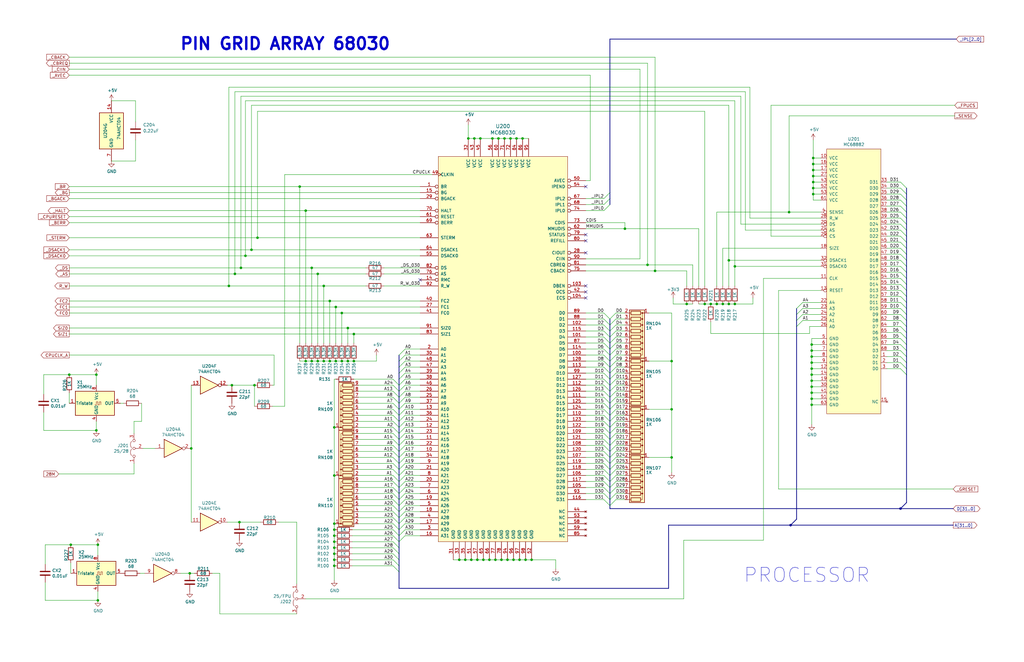
<source format=kicad_sch>
(kicad_sch (version 20211123) (generator eeschema)
  (paper "B")
  (title_block (title "Amiga N2630") (date "2022-06-05") (rev "2.1 QFP"))
  (junction (at 342.9 71.755))
  (junction (at 224.155 236.22))
  (junction (at 342.265 150.495))
  (junction (at 379.73 214.63))
  (junction (at 307.34 128.27))
  (junction (at 41.275 253.365))
  (junction (at 80.645 189.23))
  (junction (at 140.97 228.6))
  (junction (at 342.9 79.375))
  (junction (at 146.685 152.4))
  (junction (at 139.065 127))
  (junction (at 29.21 158.115))
  (junction (at 140.97 223.52))
  (junction (at 140.97 180.34))
  (junction (at 342.265 165.735))
  (junction (at 342.265 155.575))
  (junction (at 208.915 236.22))
  (junction (at 80.01 241.935))
  (junction (at 139.065 152.4))
  (junction (at 213.995 236.22))
  (junction (at 140.97 226.06))
  (junction (at 133.985 115.57))
  (junction (at 276.225 114.3))
  (junction (at 198.755 236.22))
  (junction (at 342.9 76.835))
  (junction (at 283.21 193.04))
  (junction (at 211.455 236.22))
  (junction (at 307.34 109.855))
  (junction (at 141.605 152.4))
  (junction (at 141.605 129.54))
  (junction (at 299.72 128.27))
  (junction (at 136.525 152.4))
  (junction (at 309.88 128.27))
  (junction (at 140.97 238.76))
  (junction (at 219.075 236.22))
  (junction (at 333.375 221.615))
  (junction (at 202.565 58.42))
  (junction (at 144.145 152.4))
  (junction (at 101.6 113.03))
  (junction (at 309.88 112.395))
  (junction (at 203.835 236.22))
  (junction (at 131.445 152.4))
  (junction (at 342.9 69.215))
  (junction (at 131.445 113.03))
  (junction (at 100.965 220.345))
  (junction (at 99.06 115.57))
  (junction (at 332.74 89.535))
  (junction (at 342.265 168.275))
  (junction (at 342.9 74.295))
  (junction (at 217.805 58.42))
  (junction (at 283.21 152.4))
  (junction (at 140.97 233.68))
  (junction (at 29.845 229.87))
  (junction (at 106.045 105.41))
  (junction (at 108.585 100.33))
  (junction (at 342.265 153.035))
  (junction (at 140.97 200.66))
  (junction (at 144.145 132.08))
  (junction (at 149.225 152.4))
  (junction (at 126.365 78.74))
  (junction (at 96.52 120.65))
  (junction (at 97.79 162.56))
  (junction (at 342.9 66.675))
  (junction (at 342.265 160.655))
  (junction (at 140.97 220.98))
  (junction (at 283.21 172.72))
  (junction (at 212.725 58.42))
  (junction (at 263.525 96.52))
  (junction (at 201.295 236.22))
  (junction (at 302.26 128.27))
  (junction (at 149.225 140.97))
  (junction (at 342.265 147.955))
  (junction (at 289.56 128.27))
  (junction (at 140.97 231.14))
  (junction (at 107.315 162.56))
  (junction (at 41.275 229.87))
  (junction (at 215.265 58.42))
  (junction (at 40.64 181.61))
  (junction (at 40.64 158.115))
  (junction (at 146.685 138.43))
  (junction (at 103.505 107.95))
  (junction (at 206.375 236.22))
  (junction (at 304.8 128.27))
  (junction (at 128.905 88.9))
  (junction (at 197.485 58.42))
  (junction (at 221.615 236.22))
  (junction (at 196.215 236.22))
  (junction (at 220.345 58.42))
  (junction (at 216.535 236.22))
  (junction (at 342.265 170.815))
  (junction (at 193.675 236.22))
  (junction (at 140.97 236.22))
  (junction (at 342.9 81.915))
  (junction (at 207.645 58.42))
  (junction (at 342.265 145.415))
  (junction (at 342.265 158.115))
  (junction (at 210.185 58.42))
  (junction (at 200.025 58.42))
  (junction (at 297.18 128.27))
  (junction (at 128.905 152.4))
  (junction (at 342.265 163.195))
  (junction (at 136.525 120.65))
  (junction (at 133.985 152.4))
  (junction (at 273.05 111.76))
  (no_connect (at 247.015 120.65))
  (no_connect (at 247.015 123.19))
  (no_connect (at 247.015 101.6))
  (no_connect (at 247.015 125.73))
  (no_connect (at 247.015 106.68))
  (no_connect (at 247.015 78.74))
  (no_connect (at 247.015 99.06))
  (no_connect (at 177.165 118.11))
  (bus_entry (at 259.715 172.72) (size -2.54 2.54))
  (bus_entry (at 170.815 170.18) (size -2.54 2.54))
  (bus_entry (at 379.73 155.575) (size 2.54 2.54))
  (bus_entry (at 338.455 135.255) (size -2.54 2.54))
  (bus_entry (at 254.635 149.86) (size 2.54 2.54))
  (bus_entry (at 165.735 160.02) (size 2.54 2.54))
  (bus_entry (at 165.735 208.28) (size 2.54 2.54))
  (bus_entry (at 170.815 147.32) (size -2.54 2.54))
  (bus_entry (at 165.735 218.44) (size 2.54 2.54))
  (bus_entry (at 338.455 132.715) (size -2.54 2.54))
  (bus_entry (at 170.815 162.56) (size -2.54 2.54))
  (bus_entry (at 170.815 152.4) (size -2.54 2.54))
  (bus_entry (at 259.715 177.8) (size -2.54 2.54))
  (bus_entry (at 254.635 190.5) (size 2.54 2.54))
  (bus_entry (at 259.715 203.2) (size -2.54 2.54))
  (bus_entry (at 170.815 177.8) (size -2.54 2.54))
  (bus_entry (at 259.715 132.08) (size -2.54 2.54))
  (bus_entry (at 254.635 195.58) (size 2.54 2.54))
  (bus_entry (at 170.815 187.96) (size -2.54 2.54))
  (bus_entry (at 259.715 193.04) (size -2.54 2.54))
  (bus_entry (at 254.635 147.32) (size 2.54 2.54))
  (bus_entry (at 165.735 226.06) (size 2.54 2.54))
  (bus_entry (at 165.735 177.8) (size 2.54 2.54))
  (bus_entry (at 259.715 182.88) (size -2.54 2.54))
  (bus_entry (at 170.815 198.12) (size -2.54 2.54))
  (bus_entry (at 259.715 198.12) (size -2.54 2.54))
  (bus_entry (at 170.815 213.36) (size -2.54 2.54))
  (bus_entry (at 170.815 157.48) (size -2.54 2.54))
  (bus_entry (at 165.735 167.64) (size 2.54 2.54))
  (bus_entry (at 254.635 160.02) (size 2.54 2.54))
  (bus_entry (at 254.635 182.88) (size 2.54 2.54))
  (bus_entry (at 379.73 114.935) (size 2.54 2.54))
  (bus_entry (at 170.815 195.58) (size -2.54 2.54))
  (bus_entry (at 165.735 162.56) (size 2.54 2.54))
  (bus_entry (at 170.815 208.28) (size -2.54 2.54))
  (bus_entry (at 165.735 231.14) (size 2.54 2.54))
  (bus_entry (at 379.73 142.875) (size 2.54 2.54))
  (bus_entry (at 379.73 97.155) (size 2.54 2.54))
  (bus_entry (at 379.73 89.535) (size 2.54 2.54))
  (bus_entry (at 165.735 223.52) (size 2.54 2.54))
  (bus_entry (at 379.73 127.635) (size 2.54 2.54))
  (bus_entry (at 259.715 190.5) (size -2.54 2.54))
  (bus_entry (at 254.635 170.18) (size 2.54 2.54))
  (bus_entry (at 259.715 147.32) (size -2.54 2.54))
  (bus_entry (at 259.715 154.94) (size -2.54 2.54))
  (bus_entry (at 170.815 215.9) (size -2.54 2.54))
  (bus_entry (at 165.735 170.18) (size 2.54 2.54))
  (bus_entry (at 379.73 84.455) (size 2.54 2.54))
  (bus_entry (at 170.815 205.74) (size -2.54 2.54))
  (bus_entry (at 379.73 137.795) (size 2.54 2.54))
  (bus_entry (at 170.815 154.94) (size -2.54 2.54))
  (bus_entry (at 254.635 142.24) (size 2.54 2.54))
  (bus_entry (at 254.635 172.72) (size 2.54 2.54))
  (bus_entry (at 165.735 220.98) (size 2.54 2.54))
  (bus_entry (at 379.73 76.835) (size 2.54 2.54))
  (bus_entry (at 259.715 205.74) (size -2.54 2.54))
  (bus_entry (at 165.735 190.5) (size 2.54 2.54))
  (bus_entry (at 254.635 177.8) (size 2.54 2.54))
  (bus_entry (at 379.73 150.495) (size 2.54 2.54))
  (bus_entry (at 170.815 200.66) (size -2.54 2.54))
  (bus_entry (at 165.735 228.6) (size 2.54 2.54))
  (bus_entry (at 379.73 132.715) (size 2.54 2.54))
  (bus_entry (at 259.715 208.28) (size -2.54 2.54))
  (bus_entry (at 170.815 226.06) (size -2.54 2.54))
  (bus_entry (at 379.73 92.075) (size 2.54 2.54))
  (bus_entry (at 165.735 210.82) (size 2.54 2.54))
  (bus_entry (at 379.73 120.015) (size 2.54 2.54))
  (bus_entry (at 165.735 165.1) (size 2.54 2.54))
  (bus_entry (at 170.815 185.42) (size -2.54 2.54))
  (bus_entry (at 170.815 210.82) (size -2.54 2.54))
  (bus_entry (at 254.635 152.4) (size 2.54 2.54))
  (bus_entry (at 259.715 195.58) (size -2.54 2.54))
  (bus_entry (at 254.635 185.42) (size 2.54 2.54))
  (bus_entry (at 379.73 117.475) (size 2.54 2.54))
  (bus_entry (at 259.715 144.78) (size -2.54 2.54))
  (bus_entry (at 165.735 187.96) (size 2.54 2.54))
  (bus_entry (at 379.73 86.995) (size 2.54 2.54))
  (bus_entry (at 254.635 137.16) (size 2.54 2.54))
  (bus_entry (at 165.735 180.34) (size 2.54 2.54))
  (bus_entry (at 165.735 172.72) (size 2.54 2.54))
  (bus_entry (at 254.635 88.9) (size 2.54 -2.54))
  (bus_entry (at 165.735 185.42) (size 2.54 2.54))
  (bus_entry (at 170.815 218.44) (size -2.54 2.54))
  (bus_entry (at 254.635 157.48) (size 2.54 2.54))
  (bus_entry (at 170.815 149.86) (size -2.54 2.54))
  (bus_entry (at 259.715 185.42) (size -2.54 2.54))
  (bus_entry (at 254.635 165.1) (size 2.54 2.54))
  (bus_entry (at 254.635 187.96) (size 2.54 2.54))
  (bus_entry (at 379.73 81.915) (size 2.54 2.54))
  (bus_entry (at 259.715 152.4) (size -2.54 2.54))
  (bus_entry (at 379.73 107.315) (size 2.54 2.54))
  (bus_entry (at 259.715 200.66) (size -2.54 2.54))
  (bus_entry (at 379.73 104.775) (size 2.54 2.54))
  (bus_entry (at 379.73 99.695) (size 2.54 2.54))
  (bus_entry (at 254.635 167.64) (size 2.54 2.54))
  (bus_entry (at 254.635 175.26) (size 2.54 2.54))
  (bus_entry (at 170.815 172.72) (size -2.54 2.54))
  (bus_entry (at 259.715 139.7) (size -2.54 2.54))
  (bus_entry (at 170.815 175.26) (size -2.54 2.54))
  (bus_entry (at 170.815 165.1) (size -2.54 2.54))
  (bus_entry (at 379.73 102.235) (size 2.54 2.54))
  (bus_entry (at 254.635 83.82) (size 2.54 -2.54))
  (bus_entry (at 259.715 167.64) (size -2.54 2.54))
  (bus_entry (at 254.635 162.56) (size 2.54 2.54))
  (bus_entry (at 379.73 135.255) (size 2.54 2.54))
  (bus_entry (at 170.815 160.02) (size -2.54 2.54))
  (bus_entry (at 254.635 193.04) (size 2.54 2.54))
  (bus_entry (at 165.735 238.76) (size 2.54 2.54))
  (bus_entry (at 165.735 200.66) (size 2.54 2.54))
  (bus_entry (at 379.73 130.175) (size 2.54 2.54))
  (bus_entry (at 165.735 205.74) (size 2.54 2.54))
  (bus_entry (at 170.815 180.34) (size -2.54 2.54))
  (bus_entry (at 259.715 137.16) (size -2.54 2.54))
  (bus_entry (at 170.815 203.2) (size -2.54 2.54))
  (bus_entry (at 254.635 205.74) (size 2.54 2.54))
  (bus_entry (at 379.73 153.035) (size 2.54 2.54))
  (bus_entry (at 254.635 86.36) (size 2.54 -2.54))
  (bus_entry (at 259.715 210.82) (size -2.54 2.54))
  (bus_entry (at 379.73 122.555) (size 2.54 2.54))
  (bus_entry (at 259.715 157.48) (size -2.54 2.54))
  (bus_entry (at 254.635 132.08) (size 2.54 2.54))
  (bus_entry (at 259.715 187.96) (size -2.54 2.54))
  (bus_entry (at 379.73 94.615) (size 2.54 2.54))
  (bus_entry (at 254.635 200.66) (size 2.54 2.54))
  (bus_entry (at 165.735 233.68) (size 2.54 2.54))
  (bus_entry (at 259.715 180.34) (size -2.54 2.54))
  (bus_entry (at 379.73 125.095) (size 2.54 2.54))
  (bus_entry (at 170.815 167.64) (size -2.54 2.54))
  (bus_entry (at 170.815 223.52) (size -2.54 2.54))
  (bus_entry (at 254.635 210.82) (size 2.54 2.54))
  (bus_entry (at 165.735 213.36) (size 2.54 2.54))
  (bus_entry (at 259.715 134.62) (size -2.54 2.54))
  (bus_entry (at 379.73 112.395) (size 2.54 2.54))
  (bus_entry (at 170.815 193.04) (size -2.54 2.54))
  (bus_entry (at 259.715 160.02) (size -2.54 2.54))
  (bus_entry (at 254.635 154.94) (size 2.54 2.54))
  (bus_entry (at 259.715 149.86) (size -2.54 2.54))
  (bus_entry (at 379.73 140.335) (size 2.54 2.54))
  (bus_entry (at 254.635 144.78) (size 2.54 2.54))
  (bus_entry (at 254.635 180.34) (size 2.54 2.54))
  (bus_entry (at 170.815 182.88) (size -2.54 2.54))
  (bus_entry (at 165.735 198.12) (size 2.54 2.54))
  (bus_entry (at 259.715 175.26) (size -2.54 2.54))
  (bus_entry (at 165.735 195.58) (size 2.54 2.54))
  (bus_entry (at 379.73 147.955) (size 2.54 2.54))
  (bus_entry (at 259.715 142.24) (size -2.54 2.54))
  (bus_entry (at 379.73 109.855) (size 2.54 2.54))
  (bus_entry (at 379.73 145.415) (size 2.54 2.54))
  (bus_entry (at 165.735 182.88) (size 2.54 2.54))
  (bus_entry (at 165.735 236.22) (size 2.54 2.54))
  (bus_entry (at 165.735 175.26) (size 2.54 2.54))
  (bus_entry (at 259.715 170.18) (size -2.54 2.54))
  (bus_entry (at 254.635 208.28) (size 2.54 2.54))
  (bus_entry (at 338.455 130.175) (size -2.54 2.54))
  (bus_entry (at 170.815 220.98) (size -2.54 2.54))
  (bus_entry (at 259.715 165.1) (size -2.54 2.54))
  (bus_entry (at 170.815 190.5) (size -2.54 2.54))
  (bus_entry (at 338.455 127.635) (size -2.54 2.54))
  (bus_entry (at 165.735 193.04) (size 2.54 2.54))
  (bus_entry (at 254.635 134.62) (size 2.54 2.54))
  (bus_entry (at 259.715 162.56) (size -2.54 2.54))
  (bus_entry (at 379.73 79.375) (size 2.54 2.54))
  (bus_entry (at 165.735 215.9) (size 2.54 2.54))
  (bus_entry (at 254.635 139.7) (size 2.54 2.54))
  (bus_entry (at 165.735 203.2) (size 2.54 2.54))
  (bus_entry (at 254.635 198.12) (size 2.54 2.54))
  (bus_entry (at 254.635 203.2) (size 2.54 2.54))
  (wire (pts (xy 247.015 180.34) (xy 254.635 180.34)))
  (bus (pts (xy 257.175 190.5) (xy 257.175 193.04)))
  (wire (pts (xy 374.015 102.235) (xy 379.73 102.235)))
  (wire (pts (xy 309.88 42.545) (xy 103.505 42.545)))
  (wire (pts (xy 342.265 150.495) (xy 342.265 153.035)))
  (wire (pts (xy 247.015 88.9) (xy 254.635 88.9)))
  (wire (pts (xy 125.095 246.38) (xy 125.095 220.345)))
  (bus (pts (xy 382.27 153.035) (xy 382.27 155.575)))
  (wire (pts (xy 151.13 205.74) (xy 165.735 205.74)))
  (wire (pts (xy 151.13 165.1) (xy 165.735 165.1)))
  (wire (pts (xy 140.97 231.14) (xy 140.97 233.68)))
  (wire (pts (xy 200.025 58.42) (xy 197.485 58.42)))
  (wire (pts (xy 92.71 241.935) (xy 89.535 241.935)))
  (bus (pts (xy 382.27 92.075) (xy 382.27 94.615)))
  (bus (pts (xy 168.275 210.82) (xy 168.275 213.36)))
  (wire (pts (xy 342.265 170.815) (xy 342.265 179.07)))
  (wire (pts (xy 177.165 165.1) (xy 170.815 165.1)))
  (wire (pts (xy 269.875 109.22) (xy 269.875 29.21)))
  (wire (pts (xy 177.165 162.56) (xy 170.815 162.56)))
  (wire (pts (xy 374.015 76.835) (xy 379.73 76.835)))
  (bus (pts (xy 257.175 175.26) (xy 257.175 177.8)))
  (wire (pts (xy 216.535 236.22) (xy 219.075 236.22)))
  (wire (pts (xy 247.015 93.98) (xy 263.525 93.98)))
  (wire (pts (xy 259.715 162.56) (xy 263.525 162.56)))
  (bus (pts (xy 257.175 139.7) (xy 257.175 142.24)))
  (bus (pts (xy 382.27 120.015) (xy 382.27 122.555)))
  (bus (pts (xy 335.915 135.255) (xy 335.915 137.795)))
  (wire (pts (xy 304.8 104.775) (xy 346.075 104.775)))
  (wire (pts (xy 273.685 172.72) (xy 283.21 172.72)))
  (wire (pts (xy 193.675 236.22) (xy 196.215 236.22)))
  (wire (pts (xy 149.225 152.4) (xy 158.75 152.4)))
  (wire (pts (xy 151.13 198.12) (xy 165.735 198.12)))
  (wire (pts (xy 211.455 236.22) (xy 213.995 236.22)))
  (wire (pts (xy 151.13 190.5) (xy 165.735 190.5)))
  (wire (pts (xy 346.075 165.735) (xy 342.265 165.735)))
  (bus (pts (xy 382.27 86.995) (xy 382.27 89.535)))
  (wire (pts (xy 177.165 175.26) (xy 170.815 175.26)))
  (wire (pts (xy 346.075 99.695) (xy 325.12 99.695)))
  (wire (pts (xy 297.18 120.65) (xy 297.18 46.99)))
  (bus (pts (xy 257.175 152.4) (xy 257.175 154.94)))
  (bus (pts (xy 168.275 187.96) (xy 168.275 190.5)))
  (wire (pts (xy 177.165 120.65) (xy 161.925 120.65)))
  (wire (pts (xy 125.095 220.345) (xy 117.475 220.345)))
  (wire (pts (xy 177.165 190.5) (xy 170.815 190.5)))
  (bus (pts (xy 168.275 233.68) (xy 168.275 236.22)))
  (bus (pts (xy 257.175 16.51) (xy 257.175 81.28)))
  (wire (pts (xy 177.165 215.9) (xy 170.815 215.9)))
  (bus (pts (xy 168.275 220.98) (xy 168.275 223.52)))
  (bus (pts (xy 257.175 172.72) (xy 257.175 175.26)))
  (wire (pts (xy 140.97 236.22) (xy 140.97 238.76)))
  (bus (pts (xy 168.275 154.94) (xy 168.275 157.48)))
  (wire (pts (xy 177.165 223.52) (xy 170.815 223.52)))
  (wire (pts (xy 125.095 259.08) (xy 92.71 259.08)))
  (wire (pts (xy 374.015 112.395) (xy 379.73 112.395)))
  (wire (pts (xy 346.075 150.495) (xy 342.265 150.495)))
  (bus (pts (xy 168.275 149.86) (xy 168.275 152.4)))
  (bus (pts (xy 168.275 195.58) (xy 168.275 198.12)))
  (wire (pts (xy 196.215 236.22) (xy 198.755 236.22)))
  (wire (pts (xy 177.165 93.98) (xy 29.21 93.98)))
  (wire (pts (xy 247.015 142.24) (xy 254.635 142.24)))
  (wire (pts (xy 283.21 152.4) (xy 283.21 132.08)))
  (bus (pts (xy 382.27 140.335) (xy 382.27 142.875)))
  (wire (pts (xy 346.075 71.755) (xy 342.9 71.755)))
  (bus (pts (xy 257.175 147.32) (xy 257.175 149.86)))
  (wire (pts (xy 99.06 38.735) (xy 99.06 115.57)))
  (wire (pts (xy 177.165 198.12) (xy 170.815 198.12)))
  (wire (pts (xy 80.645 189.23) (xy 80.645 220.345)))
  (wire (pts (xy 259.715 152.4) (xy 263.525 152.4)))
  (wire (pts (xy 374.015 147.955) (xy 379.73 147.955)))
  (wire (pts (xy 307.34 109.855) (xy 307.34 44.45)))
  (wire (pts (xy 177.165 170.18) (xy 170.815 170.18)))
  (wire (pts (xy 307.34 120.65) (xy 307.34 109.855)))
  (wire (pts (xy 220.345 58.42) (xy 217.805 58.42)))
  (bus (pts (xy 382.27 132.715) (xy 382.27 135.255)))
  (wire (pts (xy 198.755 236.22) (xy 201.295 236.22)))
  (wire (pts (xy 263.525 175.26) (xy 259.715 175.26)))
  (wire (pts (xy 80.645 162.56) (xy 80.645 189.23)))
  (wire (pts (xy 18.415 173.99) (xy 18.415 181.61)))
  (bus (pts (xy 168.275 167.64) (xy 168.275 170.18)))
  (wire (pts (xy 316.23 36.83) (xy 96.52 36.83)))
  (bus (pts (xy 382.27 155.575) (xy 382.27 158.115)))
  (wire (pts (xy 263.525 142.24) (xy 259.715 142.24)))
  (wire (pts (xy 346.075 79.375) (xy 342.9 79.375)))
  (wire (pts (xy 263.525 193.04) (xy 259.715 193.04)))
  (wire (pts (xy 126.365 78.74) (xy 126.365 144.78)))
  (wire (pts (xy 247.015 152.4) (xy 254.635 152.4)))
  (bus (pts (xy 257.175 177.8) (xy 257.175 180.34)))
  (wire (pts (xy 177.165 78.74) (xy 126.365 78.74)))
  (wire (pts (xy 247.015 203.2) (xy 254.635 203.2)))
  (wire (pts (xy 316.23 92.075) (xy 316.23 36.83)))
  (wire (pts (xy 346.075 122.555) (xy 328.295 122.555)))
  (wire (pts (xy 247.015 200.66) (xy 254.635 200.66)))
  (wire (pts (xy 304.8 104.775) (xy 304.8 120.65)))
  (wire (pts (xy 213.995 236.22) (xy 216.535 236.22)))
  (wire (pts (xy 346.075 117.475) (xy 321.945 117.475)))
  (wire (pts (xy 128.905 88.9) (xy 29.21 88.9)))
  (wire (pts (xy 95.885 220.345) (xy 100.965 220.345)))
  (wire (pts (xy 374.015 153.035) (xy 379.73 153.035)))
  (wire (pts (xy 29.21 140.97) (xy 149.225 140.97)))
  (wire (pts (xy 374.015 150.495) (xy 379.73 150.495)))
  (wire (pts (xy 146.685 152.4) (xy 149.225 152.4)))
  (bus (pts (xy 168.275 215.9) (xy 168.275 218.44)))
  (wire (pts (xy 148.59 236.22) (xy 165.735 236.22)))
  (wire (pts (xy 342.265 160.655) (xy 342.265 163.195)))
  (wire (pts (xy 158.75 152.4) (xy 158.75 149.86)))
  (wire (pts (xy 101.6 113.03) (xy 29.21 113.03)))
  (wire (pts (xy 29.845 229.87) (xy 41.275 229.87)))
  (wire (pts (xy 177.165 177.8) (xy 170.815 177.8)))
  (wire (pts (xy 374.015 92.075) (xy 379.73 92.075)))
  (wire (pts (xy 40.64 162.56) (xy 40.64 158.115)))
  (wire (pts (xy 374.015 84.455) (xy 379.73 84.455)))
  (wire (pts (xy 374.015 135.255) (xy 379.73 135.255)))
  (wire (pts (xy 247.015 83.82) (xy 254.635 83.82)))
  (wire (pts (xy 56.515 182.88) (xy 56.515 177.8)))
  (bus (pts (xy 382.27 84.455) (xy 382.27 86.995)))
  (bus (pts (xy 335.915 219.075) (xy 333.375 221.615)))
  (wire (pts (xy 374.015 79.375) (xy 379.73 79.375)))
  (wire (pts (xy 151.13 213.36) (xy 165.735 213.36)))
  (bus (pts (xy 168.275 198.12) (xy 168.275 200.66)))
  (wire (pts (xy 177.165 226.06) (xy 170.815 226.06)))
  (wire (pts (xy 307.34 128.27) (xy 309.88 128.27)))
  (wire (pts (xy 29.21 170.18) (xy 29.21 165.735)))
  (wire (pts (xy 247.015 170.18) (xy 254.635 170.18)))
  (wire (pts (xy 120.015 73.66) (xy 120.015 171.45)))
  (wire (pts (xy 374.015 155.575) (xy 379.73 155.575)))
  (wire (pts (xy 374.015 142.875) (xy 379.73 142.875)))
  (wire (pts (xy 139.065 144.78) (xy 139.065 127)))
  (wire (pts (xy 114.935 162.56) (xy 115.57 162.56)))
  (bus (pts (xy 257.175 81.28) (xy 257.175 83.82)))
  (bus (pts (xy 257.175 160.02) (xy 257.175 162.56)))
  (bus (pts (xy 382.27 102.235) (xy 382.27 104.775)))
  (wire (pts (xy 57.15 42.545) (xy 57.15 51.435)))
  (wire (pts (xy 297.18 128.27) (xy 299.72 128.27)))
  (wire (pts (xy 321.945 227.965) (xy 288.29 227.965)))
  (wire (pts (xy 342.9 71.755) (xy 342.9 69.215)))
  (wire (pts (xy 29.21 24.13) (xy 276.225 24.13)))
  (wire (pts (xy 374.015 89.535) (xy 379.73 89.535)))
  (wire (pts (xy 29.21 158.115) (xy 40.64 158.115)))
  (wire (pts (xy 346.075 66.675) (xy 342.9 66.675)))
  (wire (pts (xy 210.185 58.42) (xy 207.645 58.42)))
  (wire (pts (xy 247.015 172.72) (xy 254.635 172.72)))
  (wire (pts (xy 219.075 236.22) (xy 221.615 236.22)))
  (wire (pts (xy 19.05 229.87) (xy 29.845 229.87)))
  (bus (pts (xy 382.27 81.915) (xy 382.27 84.455)))
  (wire (pts (xy 325.12 99.695) (xy 325.12 44.45)))
  (wire (pts (xy 317.5 128.27) (xy 317.5 125.73)))
  (bus (pts (xy 382.27 112.395) (xy 382.27 114.935)))
  (wire (pts (xy 294.64 128.27) (xy 297.18 128.27)))
  (wire (pts (xy 247.015 86.36) (xy 254.635 86.36)))
  (bus (pts (xy 382.27 97.155) (xy 382.27 99.695)))
  (wire (pts (xy 148.59 238.76) (xy 165.735 238.76)))
  (wire (pts (xy 247.015 208.28) (xy 254.635 208.28)))
  (bus (pts (xy 168.275 180.34) (xy 168.275 182.88)))
  (wire (pts (xy 328.295 206.375) (xy 401.955 206.375)))
  (bus (pts (xy 257.175 154.94) (xy 257.175 157.48)))
  (wire (pts (xy 374.015 94.615) (xy 379.73 94.615)))
  (wire (pts (xy 99.06 115.57) (xy 133.985 115.57)))
  (wire (pts (xy 177.165 157.48) (xy 170.815 157.48)))
  (wire (pts (xy 314.325 97.155) (xy 346.075 97.155)))
  (wire (pts (xy 191.135 236.22) (xy 193.675 236.22)))
  (wire (pts (xy 374.015 130.175) (xy 379.73 130.175)))
  (wire (pts (xy 224.155 236.22) (xy 234.315 236.22)))
  (wire (pts (xy 177.165 147.32) (xy 170.815 147.32)))
  (wire (pts (xy 115.57 162.56) (xy 115.57 149.86)))
  (wire (pts (xy 292.1 120.65) (xy 292.1 111.76)))
  (wire (pts (xy 52.07 170.18) (xy 50.8 170.18)))
  (wire (pts (xy 177.165 218.44) (xy 170.815 218.44)))
  (wire (pts (xy 342.265 163.195) (xy 342.265 165.735)))
  (wire (pts (xy 247.015 198.12) (xy 254.635 198.12)))
  (wire (pts (xy 325.12 44.45) (xy 402.59 44.45)))
  (wire (pts (xy 101.6 113.03) (xy 101.6 40.64)))
  (bus (pts (xy 382.27 135.255) (xy 382.27 137.795)))
  (wire (pts (xy 259.715 195.58) (xy 263.525 195.58)))
  (wire (pts (xy 332.74 89.535) (xy 332.74 48.895)))
  (wire (pts (xy 259.715 167.64) (xy 263.525 167.64)))
  (wire (pts (xy 151.13 187.96) (xy 165.735 187.96)))
  (wire (pts (xy 177.165 210.82) (xy 170.815 210.82)))
  (wire (pts (xy 273.685 193.04) (xy 283.21 193.04)))
  (bus (pts (xy 168.275 203.2) (xy 168.275 205.74)))
  (wire (pts (xy 312.42 40.64) (xy 312.42 94.615)))
  (bus (pts (xy 257.175 162.56) (xy 257.175 165.1)))
  (wire (pts (xy 247.015 144.78) (xy 254.635 144.78)))
  (wire (pts (xy 108.585 100.33) (xy 29.21 100.33)))
  (wire (pts (xy 374.015 99.695) (xy 379.73 99.695)))
  (wire (pts (xy 140.97 220.98) (xy 140.97 223.52)))
  (wire (pts (xy 341.376 137.795) (xy 341.376 140.716)))
  (wire (pts (xy 177.165 213.36) (xy 170.815 213.36)))
  (wire (pts (xy 309.88 128.27) (xy 317.5 128.27)))
  (wire (pts (xy 259.715 149.86) (xy 263.525 149.86)))
  (bus (pts (xy 382.27 79.375) (xy 382.27 81.915)))
  (wire (pts (xy 221.615 236.22) (xy 224.155 236.22)))
  (wire (pts (xy 263.525 185.42) (xy 259.715 185.42)))
  (wire (pts (xy 177.165 185.42) (xy 170.815 185.42)))
  (wire (pts (xy 269.875 29.21) (xy 29.21 29.21)))
  (bus (pts (xy 168.275 248.285) (xy 281.94 248.285)))
  (wire (pts (xy 56.515 195.58) (xy 56.515 200.025)))
  (wire (pts (xy 374.015 122.555) (xy 379.73 122.555)))
  (wire (pts (xy 263.525 154.94) (xy 259.715 154.94)))
  (wire (pts (xy 346.075 135.255) (xy 338.455 135.255)))
  (wire (pts (xy 144.145 132.08) (xy 29.21 132.08)))
  (wire (pts (xy 346.075 84.455) (xy 342.9 84.455)))
  (wire (pts (xy 217.805 58.42) (xy 215.265 58.42)))
  (wire (pts (xy 114.935 171.45) (xy 120.015 171.45)))
  (bus (pts (xy 257.175 187.96) (xy 257.175 190.5)))
  (wire (pts (xy 263.525 180.34) (xy 259.715 180.34)))
  (wire (pts (xy 259.715 200.66) (xy 263.525 200.66)))
  (wire (pts (xy 151.13 218.44) (xy 165.735 218.44)))
  (wire (pts (xy 177.165 182.88) (xy 170.815 182.88)))
  (wire (pts (xy 177.165 172.72) (xy 170.815 172.72)))
  (wire (pts (xy 106.045 44.45) (xy 106.045 105.41)))
  (wire (pts (xy 177.165 81.28) (xy 29.21 81.28)))
  (wire (pts (xy 29.845 241.935) (xy 29.845 237.49)))
  (wire (pts (xy 126.365 152.4) (xy 128.905 152.4)))
  (wire (pts (xy 177.165 149.86) (xy 170.815 149.86)))
  (wire (pts (xy 309.88 112.395) (xy 309.88 42.545)))
  (wire (pts (xy 149.225 140.97) (xy 177.165 140.97)))
  (wire (pts (xy 19.05 245.745) (xy 19.05 253.365)))
  (wire (pts (xy 316.23 92.075) (xy 346.075 92.075)))
  (wire (pts (xy 247.015 195.58) (xy 254.635 195.58)))
  (wire (pts (xy 302.26 89.535) (xy 332.74 89.535)))
  (wire (pts (xy 140.97 238.76) (xy 140.97 244.856)))
  (bus (pts (xy 168.275 160.02) (xy 168.275 162.56)))
  (wire (pts (xy 128.905 88.9) (xy 128.905 144.78)))
  (wire (pts (xy 342.265 147.955) (xy 342.265 150.495)))
  (bus (pts (xy 257.175 205.74) (xy 257.175 208.28)))
  (wire (pts (xy 247.015 165.1) (xy 254.635 165.1)))
  (bus (pts (xy 382.27 117.475) (xy 382.27 120.015)))
  (wire (pts (xy 103.505 42.545) (xy 103.505 107.95)))
  (wire (pts (xy 263.525 203.2) (xy 259.715 203.2)))
  (wire (pts (xy 29.21 91.44) (xy 177.165 91.44)))
  (wire (pts (xy 222.885 58.42) (xy 220.345 58.42)))
  (bus (pts (xy 168.275 218.44) (xy 168.275 220.98)))
  (wire (pts (xy 140.97 160.02) (xy 141.605 160.02)))
  (wire (pts (xy 247.015 210.82) (xy 254.635 210.82)))
  (bus (pts (xy 382.27 147.955) (xy 382.27 150.495)))
  (wire (pts (xy 346.075 69.215) (xy 342.9 69.215)))
  (wire (pts (xy 140.97 200.66) (xy 140.97 180.34)))
  (bus (pts (xy 382.27 125.095) (xy 382.27 127.635)))
  (bus (pts (xy 168.275 231.14) (xy 168.275 233.68)))
  (wire (pts (xy 29.21 115.57) (xy 99.06 115.57)))
  (wire (pts (xy 247.015 187.96) (xy 254.635 187.96)))
  (bus (pts (xy 168.275 205.74) (xy 168.275 208.28)))
  (wire (pts (xy 107.315 162.56) (xy 107.315 171.45)))
  (wire (pts (xy 177.165 107.95) (xy 103.505 107.95)))
  (bus (pts (xy 257.175 142.24) (xy 257.175 144.78)))
  (wire (pts (xy 263.525 96.52) (xy 263.525 93.98)))
  (wire (pts (xy 151.13 220.98) (xy 165.735 220.98)))
  (wire (pts (xy 151.13 172.72) (xy 165.735 172.72)))
  (wire (pts (xy 247.015 154.94) (xy 254.635 154.94)))
  (wire (pts (xy 263.525 165.1) (xy 259.715 165.1)))
  (wire (pts (xy 321.945 117.475) (xy 321.945 227.965)))
  (wire (pts (xy 342.9 81.915) (xy 342.9 79.375)))
  (wire (pts (xy 342.9 74.295) (xy 342.9 71.755)))
  (wire (pts (xy 139.065 127) (xy 177.165 127)))
  (wire (pts (xy 201.295 236.22) (xy 203.835 236.22)))
  (wire (pts (xy 126.365 78.74) (xy 29.21 78.74)))
  (wire (pts (xy 128.905 152.4) (xy 131.445 152.4)))
  (wire (pts (xy 151.13 215.9) (xy 165.735 215.9)))
  (wire (pts (xy 146.685 138.43) (xy 29.21 138.43)))
  (wire (pts (xy 374.015 81.915) (xy 379.73 81.915)))
  (wire (pts (xy 151.13 185.42) (xy 165.735 185.42)))
  (wire (pts (xy 346.075 130.175) (xy 338.455 130.175)))
  (wire (pts (xy 177.165 154.94) (xy 170.815 154.94)))
  (bus (pts (xy 168.275 228.6) (xy 168.275 231.14)))
  (wire (pts (xy 144.145 144.78) (xy 144.145 132.08)))
  (wire (pts (xy 131.445 152.4) (xy 133.985 152.4)))
  (bus (pts (xy 257.175 149.86) (xy 257.175 152.4)))
  (wire (pts (xy 374.015 109.855) (xy 379.73 109.855)))
  (wire (pts (xy 263.525 170.18) (xy 259.715 170.18)))
  (wire (pts (xy 151.13 162.56) (xy 165.735 162.56)))
  (wire (pts (xy 18.415 166.37) (xy 18.415 158.115)))
  (wire (pts (xy 374.015 120.015) (xy 379.73 120.015)))
  (wire (pts (xy 148.59 228.6) (xy 165.735 228.6)))
  (wire (pts (xy 341.376 137.795) (xy 346.075 137.795)))
  (wire (pts (xy 247.015 157.48) (xy 254.635 157.48)))
  (wire (pts (xy 177.165 88.9) (xy 128.905 88.9)))
  (bus (pts (xy 168.275 208.28) (xy 168.275 210.82)))
  (wire (pts (xy 140.97 180.34) (xy 140.97 160.02)))
  (bus (pts (xy 382.27 114.935) (xy 382.27 117.475)))
  (bus (pts (xy 257.175 83.82) (xy 257.175 86.36)))
  (wire (pts (xy 144.145 132.08) (xy 177.165 132.08)))
  (bus (pts (xy 257.175 185.42) (xy 257.175 187.96)))
  (bus (pts (xy 168.275 175.26) (xy 168.275 177.8)))
  (bus (pts (xy 281.94 221.615) (xy 333.375 221.615)))
  (bus (pts (xy 168.275 182.88) (xy 168.275 185.42)))
  (wire (pts (xy 141.605 129.54) (xy 29.21 129.54)))
  (wire (pts (xy 177.165 203.2) (xy 170.815 203.2)))
  (wire (pts (xy 57.15 42.545) (xy 46.99 42.545)))
  (wire (pts (xy 247.015 185.42) (xy 254.635 185.42)))
  (wire (pts (xy 139.065 152.4) (xy 141.605 152.4)))
  (bus (pts (xy 257.175 165.1) (xy 257.175 167.64)))
  (wire (pts (xy 133.985 115.57) (xy 154.305 115.57)))
  (bus (pts (xy 257.175 180.34) (xy 257.175 182.88)))
  (bus (pts (xy 382.27 109.855) (xy 382.27 112.395)))
  (bus (pts (xy 168.275 172.72) (xy 168.275 175.26)))
  (wire (pts (xy 259.715 144.78) (xy 263.525 144.78)))
  (wire (pts (xy 247.015 137.16) (xy 254.635 137.16)))
  (bus (pts (xy 382.27 107.315) (xy 382.27 109.855)))
  (wire (pts (xy 133.985 144.78) (xy 133.985 115.57)))
  (wire (pts (xy 151.13 210.82) (xy 165.735 210.82)))
  (wire (pts (xy 374.015 107.315) (xy 379.73 107.315)))
  (wire (pts (xy 107.315 162.56) (xy 97.79 162.56)))
  (bus (pts (xy 257.175 203.2) (xy 257.175 205.74)))
  (wire (pts (xy 299.72 128.27) (xy 302.26 128.27)))
  (wire (pts (xy 151.13 193.04) (xy 165.735 193.04)))
  (wire (pts (xy 95.885 162.56) (xy 97.79 162.56)))
  (wire (pts (xy 342.9 69.215) (xy 342.9 66.675)))
  (wire (pts (xy 374.015 145.415) (xy 379.73 145.415)))
  (wire (pts (xy 136.525 152.4) (xy 139.065 152.4)))
  (wire (pts (xy 346.075 127.635) (xy 338.455 127.635)))
  (wire (pts (xy 46.99 67.945) (xy 57.15 67.945)))
  (bus (pts (xy 168.275 236.22) (xy 168.275 238.76)))
  (wire (pts (xy 263.525 198.12) (xy 259.715 198.12)))
  (wire (pts (xy 294.64 96.52) (xy 294.64 120.65)))
  (wire (pts (xy 18.415 158.115) (xy 29.21 158.115)))
  (wire (pts (xy 263.525 147.32) (xy 259.715 147.32)))
  (bus (pts (xy 257.175 214.63) (xy 379.73 214.63)))
  (wire (pts (xy 247.015 134.62) (xy 254.635 134.62)))
  (wire (pts (xy 177.165 187.96) (xy 170.815 187.96)))
  (wire (pts (xy 283.21 132.08) (xy 273.685 132.08)))
  (wire (pts (xy 136.525 144.78) (xy 136.525 120.65)))
  (wire (pts (xy 247.015 205.74) (xy 254.635 205.74)))
  (wire (pts (xy 56.515 177.8) (xy 59.69 177.8)))
  (wire (pts (xy 41.275 234.315) (xy 41.275 229.87)))
  (wire (pts (xy 19.05 238.125) (xy 19.05 229.87)))
  (wire (pts (xy 177.165 195.58) (xy 170.815 195.58)))
  (wire (pts (xy 374.015 127.635) (xy 379.73 127.635)))
  (wire (pts (xy 151.13 180.34) (xy 165.735 180.34)))
  (wire (pts (xy 263.525 160.02) (xy 259.715 160.02)))
  (wire (pts (xy 374.015 132.715) (xy 379.73 132.715)))
  (wire (pts (xy 247.015 76.2) (xy 248.92 76.2)))
  (wire (pts (xy 177.165 200.66) (xy 170.815 200.66)))
  (wire (pts (xy 342.9 66.675) (xy 342.9 59.055)))
  (wire (pts (xy 177.165 208.28) (xy 170.815 208.28)))
  (wire (pts (xy 149.225 144.78) (xy 149.225 140.97)))
  (wire (pts (xy 247.015 132.08) (xy 254.635 132.08)))
  (wire (pts (xy 374.015 114.935) (xy 379.73 114.935)))
  (wire (pts (xy 65.405 189.23) (xy 60.325 189.23)))
  (bus (pts (xy 382.27 127.635) (xy 382.27 130.175)))
  (bus (pts (xy 168.275 162.56) (xy 168.275 165.1)))
  (bus (pts (xy 257.175 134.62) (xy 257.175 137.16)))
  (wire (pts (xy 177.165 152.4) (xy 170.815 152.4)))
  (wire (pts (xy 108.585 46.99) (xy 297.18 46.99)))
  (wire (pts (xy 140.97 226.06) (xy 140.97 228.6)))
  (bus (pts (xy 281.94 248.285) (xy 281.94 221.615)))
  (wire (pts (xy 346.075 145.415) (xy 342.265 145.415)))
  (wire (pts (xy 276.225 114.3) (xy 276.225 24.13)))
  (bus (pts (xy 168.275 152.4) (xy 168.275 154.94)))
  (wire (pts (xy 182.245 73.66) (xy 120.015 73.66)))
  (wire (pts (xy 81.915 241.935) (xy 80.01 241.935)))
  (wire (pts (xy 202.565 58.42) (xy 207.645 58.42)))
  (bus (pts (xy 382.27 94.615) (xy 382.27 97.155)))
  (wire (pts (xy 273.685 152.4) (xy 283.21 152.4)))
  (wire (pts (xy 259.715 205.74) (xy 263.525 205.74)))
  (wire (pts (xy 346.075 89.535) (xy 332.74 89.535)))
  (bus (pts (xy 382.27 150.495) (xy 382.27 153.035)))
  (bus (pts (xy 382.27 130.175) (xy 382.27 132.715)))
  (wire (pts (xy 140.97 228.6) (xy 140.97 231.14)))
  (wire (pts (xy 288.29 252.73) (xy 128.905 252.73)))
  (wire (pts (xy 299.72 135.89) (xy 299.72 140.716)))
  (wire (pts (xy 302.26 120.65) (xy 302.26 89.535)))
  (wire (pts (xy 273.05 111.76) (xy 292.1 111.76)))
  (wire (pts (xy 346.075 147.955) (xy 342.265 147.955)))
  (wire (pts (xy 289.56 128.27) (xy 292.1 128.27)))
  (wire (pts (xy 151.13 177.8) (xy 165.735 177.8)))
  (bus (pts (xy 257.175 167.64) (xy 257.175 170.18)))
  (bus (pts (xy 168.275 190.5) (xy 168.275 193.04)))
  (wire (pts (xy 177.165 83.82) (xy 29.21 83.82)))
  (wire (pts (xy 259.715 187.96) (xy 263.525 187.96)))
  (wire (pts (xy 177.165 220.98) (xy 170.815 220.98)))
  (wire (pts (xy 342.265 153.035) (xy 342.265 155.575)))
  (wire (pts (xy 259.715 157.48) (xy 263.525 157.48)))
  (wire (pts (xy 346.075 81.915) (xy 342.9 81.915)))
  (wire (pts (xy 374.015 104.775) (xy 379.73 104.775)))
  (bus (pts (xy 168.275 193.04) (xy 168.275 195.58)))
  (bus (pts (xy 257.175 195.58) (xy 257.175 198.12)))
  (wire (pts (xy 202.565 58.42) (xy 200.025 58.42)))
  (wire (pts (xy 103.505 107.95) (xy 29.21 107.95)))
  (wire (pts (xy 247.015 167.64) (xy 254.635 167.64)))
  (bus (pts (xy 257.175 170.18) (xy 257.175 172.72)))
  (wire (pts (xy 276.225 114.3) (xy 289.56 114.3)))
  (wire (pts (xy 177.165 113.03) (xy 161.925 113.03)))
  (wire (pts (xy 203.835 236.22) (xy 206.375 236.22)))
  (wire (pts (xy 148.59 233.68) (xy 165.735 233.68)))
  (bus (pts (xy 257.175 200.66) (xy 257.175 203.2)))
  (wire (pts (xy 177.165 105.41) (xy 106.045 105.41)))
  (wire (pts (xy 57.15 67.945) (xy 57.15 59.055)))
  (wire (pts (xy 247.015 139.7) (xy 254.635 139.7)))
  (wire (pts (xy 247.015 177.8) (xy 254.635 177.8)))
  (wire (pts (xy 29.21 26.67) (xy 273.05 26.67)))
  (wire (pts (xy 139.065 127) (xy 29.21 127)))
  (wire (pts (xy 247.015 109.22) (xy 269.875 109.22)))
  (wire (pts (xy 247.015 190.5) (xy 254.635 190.5)))
  (wire (pts (xy 283.21 193.04) (xy 283.21 199.39)))
  (wire (pts (xy 307.34 44.45) (xy 106.045 44.45)))
  (wire (pts (xy 346.075 76.835) (xy 342.9 76.835)))
  (wire (pts (xy 346.075 168.275) (xy 342.265 168.275)))
  (bus (pts (xy 335.915 132.715) (xy 335.915 135.255)))
  (wire (pts (xy 289.56 128.27) (xy 283.845 128.27)))
  (wire (pts (xy 148.59 231.14) (xy 165.735 231.14)))
  (wire (pts (xy 259.715 172.72) (xy 263.525 172.72)))
  (wire (pts (xy 248.92 31.75) (xy 29.21 31.75)))
  (wire (pts (xy 247.015 182.88) (xy 254.635 182.88)))
  (bus (pts (xy 257.175 157.48) (xy 257.175 160.02)))
  (wire (pts (xy 56.515 200.025) (xy 24.765 200.025)))
  (wire (pts (xy 259.715 134.62) (xy 263.525 134.62)))
  (wire (pts (xy 18.415 181.61) (xy 40.64 181.61)))
  (wire (pts (xy 141.605 152.4) (xy 144.145 152.4)))
  (wire (pts (xy 288.29 227.965) (xy 288.29 252.73)))
  (wire (pts (xy 59.055 241.935) (xy 60.96 241.935)))
  (wire (pts (xy 309.88 120.65) (xy 309.88 112.395)))
  (wire (pts (xy 212.725 58.42) (xy 210.185 58.42)))
  (bus (pts (xy 257.175 208.28) (xy 257.175 210.82)))
  (wire (pts (xy 140.97 223.52) (xy 140.97 226.06)))
  (wire (pts (xy 346.075 74.295) (xy 342.9 74.295)))
  (wire (pts (xy 76.2 241.935) (xy 80.01 241.935)))
  (wire (pts (xy 108.585 100.33) (xy 177.165 100.33)))
  (bus (pts (xy 382.27 145.415) (xy 382.27 147.955)))
  (wire (pts (xy 151.13 203.2) (xy 165.735 203.2)))
  (wire (pts (xy 248.92 76.2) (xy 248.92 31.75)))
  (wire (pts (xy 151.13 175.26) (xy 165.735 175.26)))
  (bus (pts (xy 257.175 137.16) (xy 257.175 139.7)))
  (wire (pts (xy 108.585 100.33) (xy 108.585 46.99)))
  (bus (pts (xy 335.915 130.175) (xy 335.915 132.715)))
  (wire (pts (xy 346.075 155.575) (xy 342.265 155.575)))
  (bus (pts (xy 257.175 210.82) (xy 257.175 213.36)))
  (wire (pts (xy 151.13 200.66) (xy 165.735 200.66)))
  (wire (pts (xy 40.64 177.8) (xy 40.64 181.61)))
  (wire (pts (xy 346.075 170.815) (xy 342.265 170.815)))
  (wire (pts (xy 151.13 208.28) (xy 165.735 208.28)))
  (bus (pts (xy 168.275 200.66) (xy 168.275 203.2)))
  (wire (pts (xy 247.015 147.32) (xy 254.635 147.32)))
  (wire (pts (xy 247.015 193.04) (xy 254.635 193.04)))
  (bus (pts (xy 382.27 142.875) (xy 382.27 145.415)))
  (bus (pts (xy 257.175 16.51) (xy 403.225 16.51)))
  (wire (pts (xy 342.9 76.835) (xy 342.9 74.295)))
  (wire (pts (xy 151.13 182.88) (xy 165.735 182.88)))
  (wire (pts (xy 177.165 167.64) (xy 170.815 167.64)))
  (bus (pts (xy 168.275 177.8) (xy 168.275 180.34)))
  (wire (pts (xy 96.52 36.83) (xy 96.52 120.65)))
  (wire (pts (xy 259.715 139.7) (xy 263.525 139.7)))
  (bus (pts (xy 168.275 223.52) (xy 168.275 226.06)))
  (wire (pts (xy 263.525 96.52) (xy 294.64 96.52)))
  (wire (pts (xy 146.685 138.43) (xy 177.165 138.43)))
  (wire (pts (xy 342.265 165.735) (xy 342.265 168.275)))
  (bus (pts (xy 168.275 238.76) (xy 168.275 241.3)))
  (wire (pts (xy 148.59 226.06) (xy 165.735 226.06)))
  (wire (pts (xy 342.265 168.275) (xy 342.265 170.815)))
  (wire (pts (xy 307.34 109.855) (xy 346.075 109.855)))
  (wire (pts (xy 263.525 137.16) (xy 259.715 137.16)))
  (wire (pts (xy 115.57 149.86) (xy 29.21 149.86)))
  (wire (pts (xy 273.05 111.76) (xy 273.05 26.67)))
  (bus (pts (xy 379.73 214.63) (xy 382.27 212.09)))
  (bus (pts (xy 333.375 221.615) (xy 401.955 221.615)))
  (wire (pts (xy 106.045 105.41) (xy 29.21 105.41)))
  (wire (pts (xy 342.9 79.375) (xy 342.9 76.835)))
  (wire (pts (xy 144.145 152.4) (xy 146.685 152.4)))
  (wire (pts (xy 312.42 94.615) (xy 346.075 94.615)))
  (wire (pts (xy 346.075 132.715) (xy 338.455 132.715)))
  (wire (pts (xy 259.715 177.8) (xy 263.525 177.8)))
  (wire (pts (xy 374.015 140.335) (xy 379.73 140.335)))
  (wire (pts (xy 151.13 170.18) (xy 165.735 170.18)))
  (bus (pts (xy 168.275 157.48) (xy 168.275 160.02)))
  (bus (pts (xy 382.27 122.555) (xy 382.27 125.095)))
  (bus (pts (xy 168.275 185.42) (xy 168.275 187.96)))
  (wire (pts (xy 259.715 210.82) (xy 263.525 210.82)))
  (wire (pts (xy 148.59 223.52) (xy 165.735 223.52)))
  (wire (pts (xy 101.6 40.64) (xy 312.42 40.64)))
  (wire (pts (xy 342.265 145.415) (xy 342.265 147.955)))
  (wire (pts (xy 247.015 114.3) (xy 276.225 114.3)))
  (wire (pts (xy 177.165 205.74) (xy 170.815 205.74)))
  (wire (pts (xy 146.685 144.78) (xy 146.685 138.43)))
  (bus (pts (xy 257.175 144.78) (xy 257.175 147.32)))
  (bus (pts (xy 257.175 213.36) (xy 257.175 214.63)))
  (wire (pts (xy 341.376 140.716) (xy 299.72 140.716)))
  (wire (pts (xy 215.265 58.42) (xy 212.725 58.42)))
  (wire (pts (xy 328.295 122.555) (xy 328.295 206.375)))
  (wire (pts (xy 140.97 200.66) (xy 140.97 220.98)))
  (wire (pts (xy 234.315 236.22) (xy 234.315 240.03)))
  (wire (pts (xy 151.13 167.64) (xy 165.735 167.64)))
  (wire (pts (xy 100.965 220.345) (xy 109.855 220.345)))
  (bus (pts (xy 257.175 193.04) (xy 257.175 195.58)))
  (bus (pts (xy 168.275 170.18) (xy 168.275 172.72)))
  (wire (pts (xy 247.015 160.02) (xy 254.635 160.02)))
  (wire (pts (xy 342.265 142.875) (xy 342.265 145.415)))
  (wire (pts (xy 346.075 153.035) (xy 342.265 153.035)))
  (bus (pts (xy 168.275 226.06) (xy 168.275 228.6)))
  (wire (pts (xy 140.97 233.68) (xy 140.97 236.22)))
  (wire (pts (xy 263.525 190.5) (xy 259.715 190.5)))
  (bus (pts (xy 257.175 182.88) (xy 257.175 185.42)))
  (wire (pts (xy 92.71 259.08) (xy 92.71 241.935)))
  (bus (pts (xy 382.27 137.795) (xy 382.27 140.335)))
  (wire (pts (xy 177.165 193.04) (xy 170.815 193.04)))
  (wire (pts (xy 149.225 160.02) (xy 165.735 160.02)))
  (wire (pts (xy 29.21 120.65) (xy 96.52 120.65)))
  (bus (pts (xy 382.27 158.115) (xy 382.27 212.09)))
  (bus (pts (xy 168.275 213.36) (xy 168.275 215.9)))
  (bus (pts (xy 168.275 165.1) (xy 168.275 167.64)))
  (wire (pts (xy 304.8 128.27) (xy 307.34 128.27)))
  (wire (pts (xy 151.13 195.58) (xy 165.735 195.58)))
  (wire (pts (xy 19.05 253.365) (xy 41.275 253.365)))
  (wire (pts (xy 177.165 180.34) (xy 170.815 180.34)))
  (bus (pts (xy 257.175 198.12) (xy 257.175 200.66)))
  (wire (pts (xy 247.015 111.76) (xy 273.05 111.76)))
  (wire (pts (xy 374.015 125.095) (xy 379.73 125.095)))
  (wire (pts (xy 247.015 175.26) (xy 254.635 175.26)))
  (wire (pts (xy 374.015 137.795) (xy 379.73 137.795)))
  (wire (pts (xy 133.985 152.4) (xy 136.525 152.4)))
  (wire (pts (xy 136.525 120.65) (xy 154.305 120.65)))
  (wire (pts (xy 59.69 177.8) (xy 59.69 170.18)))
  (wire (pts (xy 141.605 129.54) (xy 177.165 129.54)))
  (wire (pts (xy 374.015 86.995) (xy 379.73 86.995)))
  (bus (pts (xy 168.275 241.3) (xy 168.275 248.285)))
  (wire (pts (xy 346.075 158.115) (xy 342.265 158.115)))
  (wire (pts (xy 247.015 96.52) (xy 263.525 96.52)))
  (bus (pts (xy 335.915 137.795) (xy 335.915 219.075)))
  (wire (pts (xy 131.445 113.03) (xy 101.6 113.03)))
  (wire (pts (xy 314.325 38.735) (xy 99.06 38.735)))
  (bus (pts (xy 382.27 89.535) (xy 382.27 92.075)))
  (wire (pts (xy 342.9 84.455) (xy 342.9 81.915)))
  (wire (pts (xy 141.605 144.78) (xy 141.605 129.54)))
  (bus (pts (xy 379.73 214.63) (xy 401.955 214.63)))
  (wire (pts (xy 96.52 120.65) (xy 136.525 120.65)))
  (wire (pts (xy 346.075 142.875) (xy 342.265 142.875)))
  (wire (pts (xy 346.075 163.195) (xy 342.265 163.195)))
  (wire (pts (xy 314.325 97.155) (xy 314.325 38.735)))
  (wire (pts (xy 259.715 182.88) (xy 263.525 182.88)))
  (wire (pts (xy 206.375 236.22) (xy 208.915 236.22)))
  (wire (pts (xy 247.015 162.56) (xy 254.635 162.56)))
  (wire (pts (xy 346.075 160.655) (xy 342.265 160.655)))
  (wire (pts (xy 131.445 113.03) (xy 154.305 113.03)))
  (wire (pts (xy 41.275 249.555) (xy 41.275 253.365)))
  (wire (pts (xy 332.74 48.895) (xy 402.59 48.895)))
  (wire (pts (xy 283.21 172.72) (xy 283.21 152.4)))
  (wire (pts (xy 177.165 160.02) (xy 170.815 160.02)))
  (wire (pts (xy 289.56 120.65) (xy 289.56 114.3)))
  (wire (pts (xy 309.88 112.395) (xy 346.075 112.395)))
  (wire (pts (xy 283.845 125.73) (xy 283.845 128.27)))
  (wire (pts (xy 197.485 58.42) (xy 197.485 52.705)))
  (wire (pts (xy 177.165 115.57) (xy 161.925 115.57)))
  (bus (pts (xy 382.27 99.695) (xy 382.27 102.235)))
  (bus (pts (xy 382.27 104.775) (xy 382.27 107.315)))
  (wire (pts (xy 374.015 97.155) (xy 379.73 97.155)))
  (wire (pts (xy 302.26 128.27) (xy 304.8 128.27)))
  (wire (pts (xy 263.525 208.28) (xy 259.715 208.28)))
  (wire (pts (xy 342.265 155.575) (xy 342.265 158.115)))
  (wire (pts (xy 342.265 158.115) (xy 342.265 160.655)))
  (wire (pts (xy 263.525 132.08) (xy 259.715 132.08)))
  (wire (pts (xy 283.21 193.04) (xy 283.21 172.72)))
  (wire (pts (xy 247.015 149.86) (xy 254.635 149.86)))
  (wire (pts (xy 374.015 117.475) (xy 379.73 117.475)))
  (wire (pts (xy 208.915 236.22) (xy 211.455 236.22)))
  (wire (pts (xy 131.445 144.78) (xy 131.445 113.03)))
  (text "PROCESSOR" (at 367.03 246.38 180) (effects (font (size 5.9944 5.9944)) (justify right bottom)))
  (text "PIN GRID ARRAY 68030" (at 75.565 21.59 0) (effects (font (size 5 5) (thickness 1) bold) (justify left bottom)))
  (label "D8" (at 254.635 152.4 180))
  (label "D29" (at 259.715 205.74 0))
  (label "D15" (at 259.715 170.18 0))
  (label "A25" (at 165.735 223.52 180))
  (label "A18" (at 165.735 208.28 180))
  (label "D1" (at 259.715 134.62 0))
  (label "A6" (at 165.608 172.72 180))
  (label "D23" (at 254.635 190.5 180))
  (label "D18" (at 379.095 109.855 180))
  (label "D27" (at 379.095 86.995 180))
  (label "D13" (at 379.095 122.555 180))
  (label "A29" (at 170.815 220.98 0))
  (label "D16" (at 379.095 114.935 180))
  (label "D6" (at 254.635 147.32 180))
  (label "A2" (at 165.735 180.34 180))
  (label "A1" (at 165.481 200.66 180))
  (label "A0" (at 165.735 160.02 180))
  (label "D12" (at 259.715 162.56 0))
  (label "A3" (at 338.455 130.175 0))
  (label "D8" (at 259.715 154.94 0))
  (label "D10" (at 379.095 130.175 180))
  (label "D13" (at 254.635 165.1 180))
  (label "D19" (at 379.095 107.315 180))
  (label "_IPL2" (at 254.635 83.82 180))
  (label "D5" (at 259.715 144.78 0))
  (label "A9" (at 165.608 187.96 180))
  (label "D4" (at 259.715 137.16 0))
  (label "A23" (at 165.735 218.44 180))
  (label "A1" (at 338.455 135.255 0))
  (label "A30" (at 165.735 236.22 180))
  (label "D15" (at 379.095 117.475 180))
  (label "A18" (at 170.815 193.04 0))
  (label "D26" (at 259.715 198.12 0))
  (label "D17" (at 259.715 172.72 0))
  (label "A13" (at 165.608 165.1 180))
  (label "D17" (at 379.095 112.395 180))
  (label "A21" (at 170.815 200.66 0))
  (label "A20" (at 170.815 198.12 0))
  (label "D31" (at 254.635 210.82 180))
  (label "A31" (at 165.735 238.76 180))
  (label "A23" (at 170.815 205.74 0))
  (label "D12" (at 254.635 162.56 180))
  (label "A16" (at 170.815 187.96 0))
  (label "D26" (at 254.635 198.12 180))
  (label "A26" (at 165.735 226.06 180))
  (label "D30" (at 259.715 208.28 0))
  (label "D8" (at 379.095 135.255 180))
  (label "D27" (at 254.635 200.66 180))
  (label "A4" (at 165.481 195.58 180))
  (label "D31" (at 379.095 76.835 180))
  (label "D14" (at 259.715 167.64 0))
  (label "D25" (at 259.715 195.58 0))
  (label "D5" (at 254.635 144.78 180))
  (label "A5" (at 165.608 175.26 180))
  (label "A20" (at 165.735 213.36 180))
  (label "_IPL0" (at 254.635 88.9 180))
  (label "D26" (at 379.095 89.535 180))
  (label "D1" (at 254.635 134.62 180))
  (label "D14" (at 379.095 120.015 180))
  (label "A30" (at 170.815 223.52 0))
  (label "D25" (at 379.095 92.075 180))
  (label "A8" (at 165.608 167.64 180))
  (label "D28" (at 259.715 203.2 0))
  (label "A2" (at 170.815 152.4 0))
  (label "D23" (at 379.095 97.155 180))
  (label "D21" (at 254.635 185.42 180))
  (label "A27" (at 165.735 228.6 180))
  (label "A14" (at 165.608 185.42 180))
  (label "D5" (at 379.095 142.875 180))
  (label "A4" (at 338.455 127.635 0))
  (label "D22" (at 379.095 99.695 180))
  (label "A25" (at 170.815 210.82 0))
  (label "D4" (at 379.095 145.415 180))
  (label "D24" (at 254.635 193.04 180))
  (label "A26" (at 170.815 213.36 0))
  (label "A12" (at 165.608 193.04 180))
  (label "A19" (at 170.815 195.58 0))
  (label "D22" (at 259.715 187.96 0))
  (label "D9" (at 254.635 154.94 180))
  (label "A31" (at 170.815 226.06 0))
  (label "D13" (at 259.715 165.1 0))
  (label "A15" (at 170.815 185.42 0))
  (label "D10" (at 259.715 157.48 0))
  (label "D2" (at 379.095 150.495 180))
  (label "D18" (at 254.635 177.8 180))
  (label "A24" (at 165.735 162.56 180))
  (label "A8" (at 170.815 167.64 0))
  (label "D17" (at 254.635 175.26 180))
  (label "D0" (at 254.635 132.08 180))
  (label "A15" (at 165.608 182.88 180))
  (label "D29" (at 254.635 205.74 180))
  (label "CDIS" (at 247.015 93.98 0))
  (label "D3" (at 254.635 139.7 180))
  (label "D0" (at 379.095 155.575 180))
  (label "D9" (at 259.715 152.4 0))
  (label "A10" (at 165.608 190.5 180))
  (label "A11" (at 170.815 175.26 0))
  (label "A5" (at 170.815 160.02 0))
  (label "D20" (at 254.635 182.88 180))
  (label "D21" (at 259.715 185.42 0))
  (label "_IPL1" (at 254.635 86.36 180))
  (label "D19" (at 259.715 180.34 0))
  (label "D25" (at 254.635 195.58 180))
  (label "A11" (at 165.735 177.8 180))
  (label "D12" (at 379.095 125.095 180))
  (label "A14" (at 170.815 182.88 0))
  (label "A28" (at 165.735 231.14 180))
  (label "D21" (at 379.095 102.235 180))
  (label "D20" (at 379.095 104.775 180))
  (label "D14" (at 254.635 167.64 180))
  (label "D2" (at 259.715 142.24 0))
  (label "A22" (at 165.735 220.98 180))
  (label "D6" (at 379.095 140.335 180))
  (label "A10" (at 170.815 172.72 0))
  (label "_DS_030" (at 177.165 113.03 180))
  (label "A19" (at 165.735 210.82 180))
  (label "D0" (at 259.715 132.08 0))
  (label "A3" (at 170.815 154.94 0))
  (label "D19" (at 254.635 180.34 180))
  (label "MMUDIS" (at 247.015 96.52 0))
  (label "A27" (at 170.815 215.9 0))
  (label "A13" (at 170.815 180.34 0))
  (label "A7" (at 170.815 165.1 0))
  (label "R_W_030" (at 177.165 120.65 180))
  (label "A17" (at 170.815 190.5 0))
  (label "D16" (at 259.715 175.26 0))
  (label "D3" (at 379.095 147.955 180))
  (label "D24" (at 379.095 94.615 180))
  (label "A4" (at 170.815 157.48 0))
  (label "D27" (at 259.715 200.66 0))
  (label "D30" (at 379.095 79.375 180))
  (label "D3" (at 259.715 139.7 0))
  (label "D11" (at 254.635 160.02 180))
  (label "D29" (at 379.095 81.915 180))
  (label "D7" (at 379.095 137.795 180))
  (label "A21" (at 165.735 215.9 180))
  (label "D18" (at 259.715 182.88 0))
  (label "D10" (at 254.635 157.48 180))
  (label "CPUCLK" (at 181.61 73.66 180))
  (label "_AS_030" (at 177.165 115.57 180))
  (label "D30" (at 254.635 208.28 180))
  (label "D28" (at 254.635 203.2 180))
  (label "D2" (at 254.635 137.16 180))
  (label "A6" (at 170.815 162.56 0))
  (label "A28" (at 170.815 218.44 0))
  (label "A24" (at 170.815 208.28 0))
  (label "A3" (at 165.481 198.12 180))
  (label "A9" (at 170.815 170.18 0))
  (label "D23" (at 259.715 190.5 0))
  (label "A7" (at 165.608 170.18 180))
  (label "D16" (at 254.635 172.72 180))
  (label "D7" (at 254.635 149.86 180))
  (label "D7" (at 259.715 149.86 0))
  (label "D11" (at 379.095 127.635 180))
  (label "D9" (at 379.095 132.715 180))
  (label "A16" (at 165.735 203.2 180))
  (label "D22" (at 254.635 187.96 180))
  (label "D11" (at 259.715 160.02 0))
  (label "D4" (at 254.635 142.24 180))
  (label "D31" (at 259.715 210.82 0))
  (label "D6" (at 259.715 147.32 0))
  (label "A2" (at 338.455 132.715 0))
  (label "A1" (at 170.815 149.86 0))
  (label "D24" (at 259.715 193.04 0))
  (label "A0" (at 170.815 147.32 0))
  (label "A29" (at 165.735 233.68 180))
  (label "D1" (at 379.095 153.035 180))
  (label "A22" (at 170.815 203.2 0))
  (label "D20" (at 259.715 177.8 0))
  (label "A12" (at 170.815 177.8 0))
  (label "A17" (at 165.735 205.74 180))
  (label "D28" (at 379.095 84.455 180))
  (label "D15" (at 254.635 170.18 180))
  (global_label "_DSACK1" (shape input) (at 29.21 105.41 180) (property "Intersheet References" "${INTERSHEET_REFS}" (effects hide)))
  (global_label "_STERM" (shape input) (at 29.21 100.33 180) (property "Intersheet References" "${INTERSHEET_REFS}" (effects hide)))
  (global_label "_CBREQ" (shape output) (at 29.21 26.67 180) (property "Intersheet References" "${INTERSHEET_REFS}" (effects hide)))
  (global_label "_CIIN" (shape input) (at 29.21 29.21 180) (property "Intersheet References" "${INTERSHEET_REFS}" (effects hide)))
  (global_label "_CBACK" (shape input) (at 29.21 24.13 180) (property "Intersheet References" "${INTERSHEET_REFS}" (effects hide)))
  (global_label "FC0" (shape output) (at 29.21 132.08 180) (property "Intersheet References" "${INTERSHEET_REFS}" (effects hide)))
  (global_label "_BR" (shape input) (at 29.21 78.74 180) (property "Intersheet References" "${INTERSHEET_REFS}" (effects hide)))
  (global_label "SIZ0" (shape output) (at 29.21 138.43 180) (property "Intersheet References" "${INTERSHEET_REFS}" (effects hide)))
  (global_label "_GRESET" (shape input) (at 401.955 206.375 0) (property "Intersheet References" "${INTERSHEET_REFS}" (effects hide)))
  (global_label "FC2" (shape output) (at 29.21 127 180) (property "Intersheet References" "${INTERSHEET_REFS}" (effects hide)))
  (global_label "28M" (shape input) (at 24.765 200.025 180) (property "Intersheet References" "${INTERSHEET_REFS}" (effects hide)))
  (global_label "_AVEC" (shape input) (at 29.21 31.75 180) (property "Intersheet References" "${INTERSHEET_REFS}" (effects hide)))
  (global_label "_BGACK" (shape input) (at 29.21 83.82 180) (property "Intersheet References" "${INTERSHEET_REFS}" (effects hide)))
  (global_label "_SENSE" (shape output) (at 402.59 48.895 0) (property "Intersheet References" "${INTERSHEET_REFS}" (effects hide)))
  (global_label "_CPURESET" (shape input) (at 29.21 91.44 180) (property "Intersheet References" "${INTERSHEET_REFS}" (effects hide)))
  (global_label "CPUCLK_A" (shape output) (at 29.21 149.86 180) (property "Intersheet References" "${INTERSHEET_REFS}" (effects hide)))
  (global_label "_DSACK0" (shape input) (at 29.21 107.95 180) (property "Intersheet References" "${INTERSHEET_REFS}" (effects hide)))
  (global_label "_BERR" (shape input) (at 29.21 93.98 180) (property "Intersheet References" "${INTERSHEET_REFS}" (effects hide)))
  (global_label "_IPL[2..0]" (shape input) (at 403.225 16.51 0) (property "Intersheet References" "${INTERSHEET_REFS}" (effects hide)))
  (global_label "A[31..0]" (shape output) (at 401.955 221.615 0) (property "Intersheet References" "${INTERSHEET_REFS}" (effects hide)))
  (global_label "_AS" (shape output) (at 29.21 115.57 180) (property "Intersheet References" "${INTERSHEET_REFS}" (effects hide)))
  (global_label "_HALT" (shape bidirectional) (at 29.21 88.9 180) (property "Intersheet References" "${INTERSHEET_REFS}" (effects hide)))
  (global_label "D[31..0]" (shape bidirectional) (at 401.955 214.63 0) (property "Intersheet References" "${INTERSHEET_REFS}" (effects hide)))
  (global_label "_FPUCS" (shape input) (at 402.59 44.45 0) (property "Intersheet References" "${INTERSHEET_REFS}" (effects hide)))
  (global_label "SIZ1" (shape output) (at 29.21 140.97 180) (property "Intersheet References" "${INTERSHEET_REFS}" (effects hide)))
  (global_label "_DS" (shape output) (at 29.21 113.03 180) (property "Intersheet References" "${INTERSHEET_REFS}" (effects hide)))
  (global_label "_BG" (shape output) (at 29.21 81.28 180) (property "Intersheet References" "${INTERSHEET_REFS}" (effects hide)))
  (global_label "FC1" (shape output) (at 29.21 129.54 180) (property "Intersheet References" "${INTERSHEET_REFS}" (effects hide)))
  (global_label "R_W" (shape output) (at 29.21 120.65 180) (property "Intersheet References" "${INTERSHEET_REFS}" (effects hide)))
  (symbol (lib_id "N2630:MC68030PGA") (at 212.725 158.75 0) (unit 1)
    (property "Reference" "U200" (at 212.09 53.2638 0) (effects (font (size 1.524 1.524))))
    (property "Value" "MC68030" (at 212.09 55.9562 0) (effects (font (size 1.524 1.524))))
    (property "Footprint" "N2630:MC68030-PGA" (effects hide))
    (property "Datasheet" "https://www.alldatasheet.com/datasheet-pdf/pdf/122371/MOTOROLA/MC68030FE25.html" (effects hide))
  )
  (symbol (lib_id "N2630:MC68882") (at 360.045 103.505 0) (unit 1)
    (property "Reference" "U201" (at 360.045 58.674 0))
    (property "Value" "MC68882" (at 360.045 60.9854 0))
    (property "Footprint" "Package_LCC:PLCC-68_THT-Socket" (effects hide))
    (property "Datasheet" "http://bitsavers.trailing-edge.com/components/motorola/68000/MC68881_MC68882_Floating-Point_Coprocessor_Users_Manual_1ed_1987.pdf" (effects hide))
  )
  (symbol (lib_id "N2630:CXO_DIP8") (at 43.18 170.18 0) (unit 1)
    (property "Reference" "X1" (at 32.385 161.29 0) (effects (justify left)))
    (property "Value" "25MHz" (at 32.385 163.195 0) (effects (justify left)))
    (property "Footprint" "Oscillator:Oscillator_DIP-8" (effects hide))
    (property "Datasheet" "https://abracon.com/Oscillators/ACH.pdf" (effects hide))
    (property "Digikey" "535-9175-5-ND" (effects hide))
  )
  (symbol (lib_id "power:+5V") (at 40.64 158.115 0) (unit 1)
    (property "Reference" "#PWR0101" (effects hide))
    (property "Value" "+5V" (at 41.021 153.7208 0))
  )
  (symbol (lib_id "power:GND") (at 40.64 181.61 0) (unit 1)
    (property "Reference" "#PWR0102" (effects hide))
    (property "Value" "GND" (at 40.767 186.0042 0))
  )
  (symbol (lib_id "Device:R") (at 55.88 170.18 270) (unit 1)
    (property "Reference" "R204" (at 55.88 164.9222 90))
    (property "Value" "68" (at 55.88 167.2336 90))
    (property "Footprint" "Resistor_SMD:R_0805_2012Metric" (effects hide))
  )
  (symbol (lib_id "74xx:74HCT04") (at 73.025 189.23 0) (unit 1)
    (property "Reference" "U204" (at 73.025 181.1782 0))
    (property "Value" "74AHCT04" (at 73.025 183.4896 0))
    (property "Footprint" "Package_SO:SOIC-14_3.9x8.7mm_P1.27mm" (effects hide))
    (property "Datasheet" "https://assets.nexperia.com/documents/data-sheet/74HC_HCT04.pdf" (effects hide))
    (property "Digikey" "296-31832-1-ND" (effects hide))
  )
  (symbol (lib_id "74xx:74HCT04") (at 88.265 220.345 0) (unit 5)
    (property "Reference" "U204" (at 88.265 212.2932 0))
    (property "Value" "74AHCT04" (at 88.265 214.6046 0))
    (property "Footprint" "Package_SO:SOIC-14_3.9x8.7mm_P1.27mm" (effects hide))
    (property "Datasheet" "https://assets.nexperia.com/documents/data-sheet/74HC_HCT04.pdf" (effects hide))
    (property "Digikey" "296-31832-1-ND" (effects hide))
  )
  (symbol (lib_id "74xx:74HCT04") (at 88.265 162.56 0) (unit 6)
    (property "Reference" "U204" (at 88.265 154.5082 0))
    (property "Value" "74AHCT04" (at 88.265 156.8196 0))
    (property "Footprint" "Package_SO:SOIC-14_3.9x8.7mm_P1.27mm" (effects hide))
    (property "Datasheet" "https://assets.nexperia.com/documents/data-sheet/74HC_HCT04.pdf" (effects hide))
    (property "Digikey" "296-31832-1-ND" (effects hide))
  )
  (symbol (lib_id "Device:C") (at 97.79 166.37 0) (unit 1)
    (property "Reference" "C211" (at 100.711 165.2016 0) (effects (justify left)))
    (property "Value" "22pF" (at 100.711 167.513 0) (effects (justify left)))
    (property "Footprint" "Capacitor_SMD:C_0805_2012Metric" (effects hide))
  )
  (symbol (lib_id "power:GND") (at 97.79 170.18 0) (unit 1)
    (property "Reference" "#PWR0104" (effects hide))
    (property "Value" "GND" (at 97.917 174.5742 0))
  )
  (symbol (lib_id "Device:C") (at 100.965 224.155 0) (unit 1)
    (property "Reference" "C212" (at 103.886 222.9866 0) (effects (justify left)))
    (property "Value" "22pF" (at 103.886 225.298 0) (effects (justify left)))
    (property "Footprint" "Capacitor_SMD:C_0805_2012Metric" (effects hide))
  )
  (symbol (lib_id "power:GND") (at 100.965 227.965 0) (unit 1)
    (property "Reference" "#PWR0105" (effects hide))
    (property "Value" "GND" (at 101.092 232.3592 0))
  )
  (symbol (lib_id "Device:R") (at 113.665 220.345 270) (unit 1)
    (property "Reference" "R210" (at 113.665 218.44 90))
    (property "Value" "68" (at 113.665 220.345 90))
    (property "Footprint" "Resistor_SMD:R_0805_2012Metric" (effects hide))
  )
  (symbol (lib_id "Device:R") (at 111.125 162.56 270) (unit 1)
    (property "Reference" "R207" (at 111.125 160.655 90))
    (property "Value" "68" (at 111.125 162.56 90))
    (property "Footprint" "Resistor_SMD:R_0805_2012Metric" (effects hide))
  )
  (symbol (lib_id "Device:R") (at 111.125 171.45 270) (unit 1)
    (property "Reference" "R209" (at 111.125 169.545 90))
    (property "Value" "68" (at 111.125 171.45 90))
    (property "Footprint" "Resistor_SMD:R_0805_2012Metric" (effects hide))
  )
  (symbol (lib_id "power:GND") (at 234.315 240.03 0) (unit 1)
    (property "Reference" "#PWR0106" (effects hide))
    (property "Value" "GND" (at 234.442 244.4242 0))
  )
  (symbol (lib_id "power:GND") (at 342.265 179.07 0) (unit 1)
    (property "Reference" "#PWR0107" (effects hide))
    (property "Value" "GND" (at 342.392 183.4642 0))
  )
  (symbol (lib_id "power:+5V") (at 197.485 52.705 0) (unit 1)
    (property "Reference" "#PWR0108" (effects hide))
    (property "Value" "+5V" (at 197.866 48.3108 0))
  )
  (symbol (lib_id "power:+5V") (at 342.9 59.055 0) (unit 1)
    (property "Reference" "#PWR0109" (effects hide))
    (property "Value" "+5V" (at 343.281 54.6608 0))
  )
  (symbol (lib_id "Device:R") (at 144.78 238.76 270) (unit 1)
    (property "Reference" "R100" (at 136.271 238.76 90))
    (property "Value" "1K" (at 144.78 238.76 90))
    (property "Footprint" "Resistor_SMD:R_0805_2012Metric" (effects hide))
  )
  (symbol (lib_id "Device:R") (at 144.78 236.22 270) (unit 1)
    (property "Reference" "R101" (at 136.271 236.22 90))
    (property "Value" "1K" (at 144.78 236.22 90))
    (property "Footprint" "Resistor_SMD:R_0805_2012Metric" (effects hide))
  )
  (symbol (lib_id "Device:R") (at 144.78 233.68 270) (unit 1)
    (property "Reference" "R102" (at 136.271 233.68 90))
    (property "Value" "1K" (at 144.78 233.68 90))
    (property "Footprint" "Resistor_SMD:R_0805_2012Metric" (effects hide))
  )
  (symbol (lib_id "Device:R") (at 144.78 231.14 270) (unit 1)
    (property "Reference" "R103" (at 136.271 231.14 90))
    (property "Value" "1K" (at 144.78 231.14 90))
    (property "Footprint" "Resistor_SMD:R_0805_2012Metric" (effects hide))
  )
  (symbol (lib_id "Device:R") (at 158.115 113.03 270) (unit 1)
    (property "Reference" "R216" (at 158.115 111.125 90))
    (property "Value" "47" (at 158.115 113.03 90))
    (property "Footprint" "Resistor_SMD:R_0805_2012Metric" (effects hide))
  )
  (symbol (lib_id "Device:R") (at 158.115 115.57 90) (unit 1)
    (property "Reference" "R212" (at 158.115 117.475 90))
    (property "Value" "47" (at 158.115 115.57 90))
    (property "Footprint" "Resistor_SMD:R_0805_2012Metric" (effects hide))
  )
  (symbol (lib_id "Device:R") (at 158.115 120.65 90) (unit 1)
    (property "Reference" "R213" (at 158.115 122.555 90))
    (property "Value" "47" (at 158.115 120.65 90))
    (property "Footprint" "Resistor_SMD:R_0805_2012Metric" (effects hide))
  )
  (symbol (lib_id "Device:R") (at 144.78 228.6 270) (unit 1)
    (property "Reference" "R104" (at 136.271 228.6 90))
    (property "Value" "1K" (at 144.78 228.6 90))
    (property "Footprint" "Resistor_SMD:R_0805_2012Metric" (effects hide))
  )
  (symbol (lib_id "Device:R") (at 144.78 226.06 270) (unit 1)
    (property "Reference" "R105" (at 136.271 226.06 90))
    (property "Value" "1K" (at 144.78 226.06 90))
    (property "Footprint" "Resistor_SMD:R_0805_2012Metric" (effects hide))
  )
  (symbol (lib_id "Device:R") (at 144.78 223.52 270) (unit 1)
    (property "Reference" "R106" (at 136.271 223.52 90))
    (property "Value" "1K" (at 144.78 223.52 90))
    (property "Footprint" "Resistor_SMD:R_0805_2012Metric" (effects hide))
  )
  (symbol (lib_id "power:+5V") (at 158.75 149.86 0) (unit 1)
    (property "Reference" "#PWR0110" (effects hide))
    (property "Value" "+5V" (at 159.131 145.4658 0))
  )
  (symbol (lib_id "Device:R") (at 309.88 124.46 0) (unit 1)
    (property "Reference" "R217" (at 309.88 132.969 90))
    (property "Value" "1K" (at 309.88 124.46 90))
    (property "Footprint" "Resistor_SMD:R_0805_2012Metric" (effects hide))
  )
  (symbol (lib_id "74xx:74HCT04") (at 46.99 55.245 0) (unit 7)
    (property "Reference" "U204" (at 44.45 58.42 90) (effects (justify left)))
    (property "Value" "74AHCT04" (at 50.165 59.055 90) (effects (justify left)))
    (property "Footprint" "Package_SO:SOIC-14_3.9x8.7mm_P1.27mm" (effects hide))
    (property "Datasheet" "https://assets.nexperia.com/documents/data-sheet/74HC_HCT04.pdf" (effects hide))
    (property "Digikey" "296-31832-1-ND" (effects hide))
  )
  (symbol (lib_id "Device:C") (at 57.15 55.245 0) (unit 1)
    (property "Reference" "C204" (at 60.325 52.705 0) (effects (justify left)))
    (property "Value" "0.22uF" (at 60.325 55.245 0) (effects (justify left)))
    (property "Footprint" "Capacitor_SMD:C_0805_2012Metric" (effects hide))
  )
  (symbol (lib_id "power:GND") (at 46.99 67.945 0) (unit 1)
    (property "Reference" "#PWR0148" (effects hide))
    (property "Value" "GND" (at 47.117 72.3392 0))
  )
  (symbol (lib_id "power:+5V") (at 46.99 42.545 0) (unit 1)
    (property "Reference" "#PWR0177" (effects hide))
    (property "Value" "+5V" (at 47.371 38.1508 0))
  )
  (symbol (lib_id "Device:R") (at 307.34 124.46 0) (unit 1)
    (property "Reference" "R218" (at 307.34 132.969 90))
    (property "Value" "1K" (at 307.34 124.46 90))
    (property "Footprint" "Resistor_SMD:R_0805_2012Metric" (effects hide))
  )
  (symbol (lib_id "Device:R") (at 304.8 124.46 0) (unit 1)
    (property "Reference" "R219" (at 304.8 132.969 90))
    (property "Value" "1K" (at 304.8 124.46 90))
    (property "Footprint" "Resistor_SMD:R_0805_2012Metric" (effects hide))
  )
  (symbol (lib_id "Device:R") (at 302.26 124.46 0) (unit 1)
    (property "Reference" "R220" (at 302.26 132.969 90))
    (property "Value" "1K" (at 302.26 124.46 90))
    (property "Footprint" "Resistor_SMD:R_0805_2012Metric" (effects hide))
  )
  (symbol (lib_id "Device:R") (at 297.18 124.46 0) (unit 1)
    (property "Reference" "R222" (at 297.18 132.969 90))
    (property "Value" "1K" (at 297.18 124.46 90))
    (property "Footprint" "Resistor_SMD:R_0805_2012Metric" (effects hide))
  )
  (symbol (lib_id "Device:R") (at 294.64 124.46 0) (unit 1)
    (property "Reference" "R223" (at 294.64 132.969 90))
    (property "Value" "1K" (at 294.64 124.46 90))
    (property "Footprint" "Resistor_SMD:R_0805_2012Metric" (effects hide))
  )
  (symbol (lib_id "Device:R") (at 292.1 124.46 0) (unit 1)
    (property "Reference" "R224" (at 292.1 132.969 90))
    (property "Value" "1K" (at 292.1 124.46 90))
    (property "Footprint" "Resistor_SMD:R_0805_2012Metric" (effects hide))
  )
  (symbol (lib_id "Device:R") (at 289.56 124.46 0) (unit 1)
    (property "Reference" "R225" (at 289.56 132.969 90))
    (property "Value" "1K" (at 289.56 124.46 90))
    (property "Footprint" "Resistor_SMD:R_0805_2012Metric" (effects hide))
  )
  (symbol (lib_id "Device:R") (at 29.21 161.925 0) (unit 1)
    (property "Reference" "R226" (at 27.305 162.56 90))
    (property "Value" "1K" (at 29.21 161.925 90))
    (property "Footprint" "Resistor_SMD:R_0805_2012Metric" (effects hide))
  )
  (symbol (lib_id "Device:R") (at 29.845 233.68 0) (unit 1)
    (property "Reference" "R227" (at 27.94 234.315 90))
    (property "Value" "1K" (at 29.845 233.68 90))
    (property "Footprint" "Resistor_SMD:R_0805_2012Metric" (effects hide))
  )
  (symbol (lib_id "power:GND") (at 140.97 244.856 0) (unit 1)
    (property "Reference" "#PWR0154" (effects hide))
    (property "Value" "GND" (at 141.097 249.2502 0))
  )
  (symbol (lib_id "Jumper:Jumper_3_Open") (at 56.515 189.23 90) (unit 1)
    (property "Reference" "J201" (at 54.3052 188.0616 90) (effects (justify left)))
    (property "Value" "25/28" (at 54.3052 190.373 90) (effects (justify left)))
    (property "Footprint" "Connector_PinHeader_2.54mm:PinHeader_1x03_P2.54mm_Vertical" (effects hide))
  )
  (symbol (lib_id "N2630:CXO_DIP8") (at 43.815 241.935 0) (unit 1)
    (property "Reference" "X2" (at 33.02 233.045 0) (effects (justify left)))
    (property "Value" "25MHz" (at 33.02 234.95 0) (effects (justify left)))
    (property "Footprint" "Oscillator:Oscillator_DIP-8" (effects hide))
    (property "Datasheet" "https://abracon.com/Oscillators/ACH.pdf" (effects hide))
    (property "Digikey" "535-9175-5-ND" (effects hide))
  )
  (symbol (lib_id "power:+5V") (at 41.275 229.87 0) (unit 1)
    (property "Reference" "#PWR0114" (effects hide))
    (property "Value" "+5V" (at 41.656 225.4758 0))
  )
  (symbol (lib_id "power:GND") (at 41.275 253.365 0) (unit 1)
    (property "Reference" "#PWR0115" (effects hide))
    (property "Value" "GND" (at 41.402 257.7592 0))
  )
  (symbol (lib_id "Device:C") (at 19.05 241.935 0) (unit 1)
    (property "Reference" "CX2" (at 21.971 240.7666 0) (effects (justify left)))
    (property "Value" "0.01uF" (at 21.971 243.078 0) (effects (justify left)))
    (property "Footprint" "Capacitor_SMD:C_0805_2012Metric" (effects hide))
  )
  (symbol (lib_id "Device:R") (at 55.245 241.935 270) (unit 1)
    (property "Reference" "R203" (at 55.245 236.6772 90))
    (property "Value" "68" (at 55.245 238.9886 90))
    (property "Footprint" "Resistor_SMD:R_0805_2012Metric" (effects hide))
  )
  (symbol (lib_id "Jumper:Jumper_3_Open") (at 125.095 252.73 90) (mirror x) (unit 1)
    (property "Reference" "J202" (at 122.8852 253.8984 90) (effects (justify left)))
    (property "Value" "25/FPU" (at 122.8852 251.587 90) (effects (justify left)))
    (property "Footprint" "Connector_PinHeader_2.54mm:PinHeader_1x03_P2.54mm_Vertical" (effects hide))
  )
  (symbol (lib_id "Device:R_Network08") (at 268.605 142.24 270) (unit 1)
    (property "Reference" "RN104" (at 275.59 136.525 90))
    (property "Value" "1K" (at 273.685 138.43 90))
    (property "Footprint" "Resistor_THT:R_Array_SIP9" (effects hide))
    (property "Datasheet" "http://www.vishay.com/docs/31509/csc.pdf" (effects hide))
  )
  (symbol (lib_id "Device:R") (at 85.725 241.935 270) (unit 1)
    (property "Reference" "R211" (at 85.725 240.03 90))
    (property "Value" "68" (at 85.725 241.935 90))
    (property "Footprint" "Resistor_SMD:R_0805_2012Metric" (effects hide))
  )
  (symbol (lib_id "Device:C") (at 80.01 245.745 0) (unit 1)
    (property "Reference" "C213" (at 82.931 244.5766 0) (effects (justify left)))
    (property "Value" "22pF" (at 82.931 246.888 0) (effects (justify left)))
    (property "Footprint" "Capacitor_SMD:C_0805_2012Metric" (effects hide))
  )
  (symbol (lib_id "power:GND") (at 80.01 249.555 0) (unit 1)
    (property "Reference" "#PWR0147" (effects hide))
    (property "Value" "GND" (at 80.137 253.9492 0))
  )
  (symbol (lib_id "Device:R_Network08") (at 268.605 162.56 270) (unit 1)
    (property "Reference" "RN105" (at 275.59 156.845 90))
    (property "Value" "1K" (at 273.685 158.75 90))
    (property "Footprint" "Resistor_THT:R_Array_SIP9" (effects hide))
    (property "Datasheet" "http://www.vishay.com/docs/31509/csc.pdf" (effects hide))
  )
  (symbol (lib_id "Device:R_Network08") (at 268.605 182.88 270) (unit 1)
    (property "Reference" "RN106" (at 272.415 177.165 90) (effects (justify left)))
    (property "Value" "1K" (at 273.685 179.07 90))
    (property "Footprint" "Resistor_THT:R_Array_SIP9" (effects hide))
    (property "Datasheet" "http://www.vishay.com/docs/31509/csc.pdf" (effects hide))
  )
  (symbol (lib_id "Device:R_Network08") (at 268.605 203.2 270) (unit 1)
    (property "Reference" "RN107" (at 275.59 197.485 90))
    (property "Value" "1K" (at 273.685 199.39 90))
    (property "Footprint" "Resistor_THT:R_Array_SIP9" (effects hide))
    (property "Datasheet" "http://www.vishay.com/docs/31509/csc.pdf" (effects hide))
  )
  (symbol (lib_id "power:GND") (at 283.21 199.39 0) (unit 1)
    (property "Reference" "#PWR0112" (effects hide))
    (property "Value" "GND" (at 283.337 203.7842 0))
  )
  (symbol (lib_id "power:+5V") (at 317.5 125.73 0) (unit 1)
    (property "Reference" "#PWR0113" (effects hide))
    (property "Value" "+5V" (at 317.881 121.3358 0))
  )
  (symbol (lib_id "Device:C") (at 18.415 170.18 0) (unit 1)
    (property "Reference" "CX1" (at 21.336 169.0116 0) (effects (justify left)))
    (property "Value" "0.01uF" (at 21.336 171.323 0) (effects (justify left)))
    (property "Footprint" "Capacitor_SMD:C_0805_2012Metric" (effects hide))
  )
  (symbol (lib_id "Device:R") (at 131.445 148.59 0) (unit 1)
    (property "Reference" "R229" (at 131.445 155.575 90))
    (property "Value" "3.3K" (at 131.445 148.59 90))
    (property "Footprint" "Resistor_SMD:R_0805_2012Metric" (effects hide))
  )
  (symbol (lib_id "Device:R") (at 149.225 148.59 0) (unit 1)
    (property "Reference" "R236" (at 149.225 155.575 90))
    (property "Value" "3.3K" (at 149.225 148.59 90))
    (property "Footprint" "Resistor_SMD:R_0805_2012Metric" (effects hide))
  )
  (symbol (lib_id "Device:R") (at 136.525 148.59 0) (unit 1)
    (property "Reference" "R231" (at 136.525 155.575 90))
    (property "Value" "3.3K" (at 136.525 148.59 90))
    (property "Footprint" "Resistor_SMD:R_0805_2012Metric" (effects hide))
  )
  (symbol (lib_id "Device:R") (at 144.145 148.59 0) (unit 1)
    (property "Reference" "R234" (at 144.145 155.575 90))
    (property "Value" "3.3K" (at 144.145 148.59 90))
    (property "Footprint" "Resistor_SMD:R_0805_2012Metric" (effects hide))
  )
  (symbol (lib_id "74xx:74HCT04") (at 68.58 241.935 0) (unit 4)
    (property "Reference" "U204" (at 68.58 233.8832 0))
    (property "Value" "74AHCT04" (at 68.58 236.1946 0))
    (property "Footprint" "Package_SO:SOIC-14_3.9x8.7mm_P1.27mm" (effects hide))
    (property "Datasheet" "https://assets.nexperia.com/documents/data-sheet/74HC_HCT04.pdf" (effects hide))
    (property "Digikey" "296-31832-1-ND" (effects hide))
  )
  (symbol (lib_id "Device:R") (at 146.685 148.59 0) (unit 1)
    (property "Reference" "R235" (at 146.685 155.575 90))
    (property "Value" "3.3K" (at 146.685 148.59 90))
    (property "Footprint" "Resistor_SMD:R_0805_2012Metric" (effects hide))
  )
  (symbol (lib_id "Device:R") (at 141.605 148.59 0) (unit 1)
    (property "Reference" "R233" (at 141.605 155.575 90))
    (property "Value" "3.3K" (at 141.605 148.59 90))
    (property "Footprint" "Resistor_SMD:R_0805_2012Metric" (effects hide))
  )
  (symbol (lib_id "Device:R") (at 128.905 148.59 0) (unit 1)
    (property "Reference" "R228" (at 128.905 155.575 90))
    (property "Value" "3.3K" (at 128.905 148.59 90))
    (property "Footprint" "Resistor_SMD:R_0805_2012Metric" (effects hide))
  )
  (symbol (lib_id "Device:R_Network08") (at 146.05 210.82 90) (unit 1)
    (property "Reference" "RN110" (at 137.16 213.36 90))
    (property "Value" "1K" (at 139.065 210.82 90))
    (property "Footprint" "Resistor_THT:R_Array_SIP9" (effects hide))
    (property "Datasheet" "http://www.vishay.com/docs/31509/csc.pdf" (effects hide))
  )
  (symbol (lib_id "Device:R") (at 126.365 148.59 0) (unit 1)
    (property "Reference" "R237" (at 126.365 155.575 90))
    (property "Value" "3.3K" (at 126.365 148.59 90))
    (property "Footprint" "Resistor_SMD:R_0805_2012Metric" (effects hide))
  )
  (symbol (lib_id "power:+3.3V") (at 283.845 125.73 0) (unit 1)
    (property "Reference" "#PWR0146" (effects hide))
    (property "Value" "+3.3V" (at 283.845 122.1542 0))
  )
  (symbol (lib_id "Device:R") (at 139.065 148.59 0) (unit 1)
    (property "Reference" "R232" (at 139.065 155.575 90))
    (property "Value" "3.3K" (at 139.065 148.59 90))
    (property "Footprint" "Resistor_SMD:R_0805_2012Metric" (effects hide))
  )
  (symbol (lib_id "Device:R_Network08") (at 146.05 190.5 90) (unit 1)
    (property "Reference" "RN108" (at 137.16 193.04 90))
    (property "Value" "1K" (at 139.065 190.5 90))
    (property "Footprint" "Resistor_THT:R_Array_SIP9" (effects hide))
    (property "Datasheet" "http://www.vishay.com/docs/31509/csc.pdf" (effects hide))
  )
  (symbol (lib_id "Device:R") (at 145.415 160.02 270) (unit 1)
    (property "Reference" "R131" (at 136.906 160.02 90))
    (property "Value" "1K" (at 145.415 160.02 90))
    (property "Footprint" "Resistor_SMD:R_0805_2012Metric" (effects hide))
  )
  (symbol (lib_id "Device:R") (at 133.985 148.59 0) (unit 1)
    (property "Reference" "R230" (at 133.985 155.575 90))
    (property "Value" "3.3K" (at 133.985 148.59 90))
    (property "Footprint" "Resistor_SMD:R_0805_2012Metric" (effects hide))
  )
  (symbol (lib_id "Device:R") (at 299.72 132.08 0) (unit 1)
    (property "Reference" "R221" (at 299.72 124.714 90))
    (property "Value" "1K" (at 299.72 132.08 90))
    (property "Footprint" "Resistor_SMD:R_0805_2012Metric" (effects hide))
  )
  (symbol (lib_id "Device:R_Network08") (at 146.05 170.18 90) (unit 1)
    (property "Reference" "RN109" (at 137.16 172.72 90))
    (property "Value" "1K" (at 139.065 170.18 90))
    (property "Footprint" "Resistor_THT:R_Array_SIP9" (effects hide))
    (property "Datasheet" "http://www.vishay.com/docs/31509/csc.pdf" (effects hide))
  )
)
</source>
